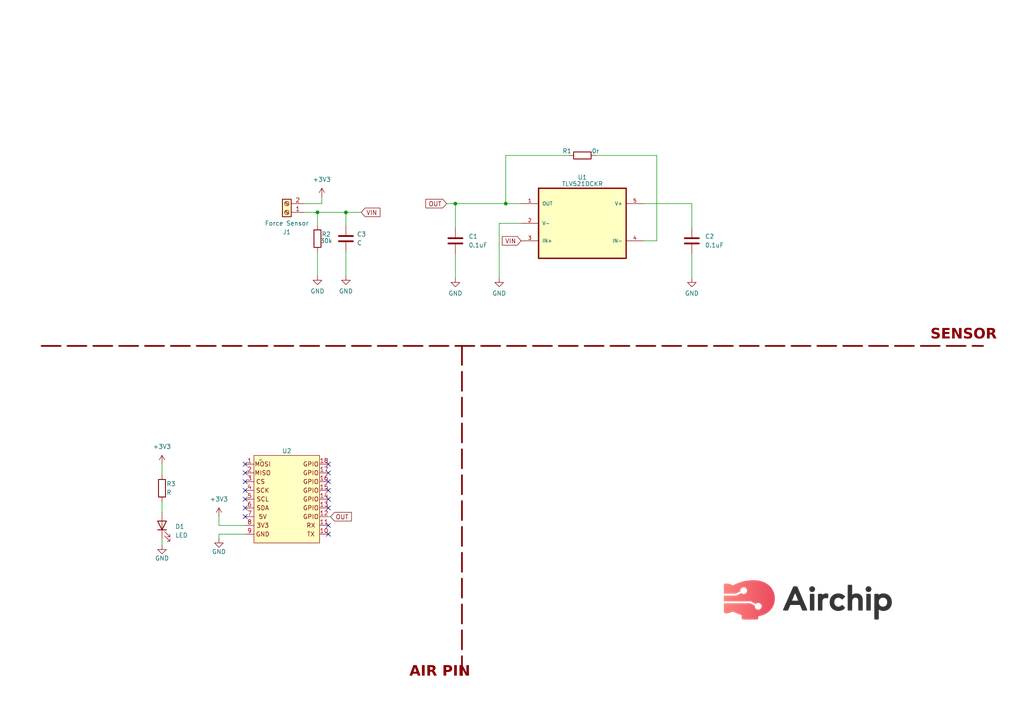
<source format=kicad_sch>
(kicad_sch (version 20230121) (generator eeschema)

  (uuid 40eb0064-e817-487a-87e5-7f2eb5cbb1a8)

  (paper "A4")

  (lib_symbols
    (symbol "Connector:Screw_Terminal_01x02" (pin_names (offset 1.016) hide) (in_bom yes) (on_board yes)
      (property "Reference" "J" (at 0 2.54 0)
        (effects (font (size 1.27 1.27)))
      )
      (property "Value" "Screw_Terminal_01x02" (at 0 -5.08 0)
        (effects (font (size 1.27 1.27)))
      )
      (property "Footprint" "" (at 0 0 0)
        (effects (font (size 1.27 1.27)) hide)
      )
      (property "Datasheet" "~" (at 0 0 0)
        (effects (font (size 1.27 1.27)) hide)
      )
      (property "ki_keywords" "screw terminal" (at 0 0 0)
        (effects (font (size 1.27 1.27)) hide)
      )
      (property "ki_description" "Generic screw terminal, single row, 01x02, script generated (kicad-library-utils/schlib/autogen/connector/)" (at 0 0 0)
        (effects (font (size 1.27 1.27)) hide)
      )
      (property "ki_fp_filters" "TerminalBlock*:*" (at 0 0 0)
        (effects (font (size 1.27 1.27)) hide)
      )
      (symbol "Screw_Terminal_01x02_1_1"
        (rectangle (start -1.27 1.27) (end 1.27 -3.81)
          (stroke (width 0.254) (type default))
          (fill (type background))
        )
        (circle (center 0 -2.54) (radius 0.635)
          (stroke (width 0.1524) (type default))
          (fill (type none))
        )
        (polyline
          (pts
            (xy -0.5334 -2.2098)
            (xy 0.3302 -3.048)
          )
          (stroke (width 0.1524) (type default))
          (fill (type none))
        )
        (polyline
          (pts
            (xy -0.5334 0.3302)
            (xy 0.3302 -0.508)
          )
          (stroke (width 0.1524) (type default))
          (fill (type none))
        )
        (polyline
          (pts
            (xy -0.3556 -2.032)
            (xy 0.508 -2.8702)
          )
          (stroke (width 0.1524) (type default))
          (fill (type none))
        )
        (polyline
          (pts
            (xy -0.3556 0.508)
            (xy 0.508 -0.3302)
          )
          (stroke (width 0.1524) (type default))
          (fill (type none))
        )
        (circle (center 0 0) (radius 0.635)
          (stroke (width 0.1524) (type default))
          (fill (type none))
        )
        (pin passive line (at -5.08 0 0) (length 3.81)
          (name "Pin_1" (effects (font (size 1.27 1.27))))
          (number "1" (effects (font (size 1.27 1.27))))
        )
        (pin passive line (at -5.08 -2.54 0) (length 3.81)
          (name "Pin_2" (effects (font (size 1.27 1.27))))
          (number "2" (effects (font (size 1.27 1.27))))
        )
      )
    )
    (symbol "Device:C" (pin_numbers hide) (pin_names (offset 0.254)) (in_bom yes) (on_board yes)
      (property "Reference" "C" (at 0.635 2.54 0)
        (effects (font (size 1.27 1.27)) (justify left))
      )
      (property "Value" "C" (at 0.635 -2.54 0)
        (effects (font (size 1.27 1.27)) (justify left))
      )
      (property "Footprint" "" (at 0.9652 -3.81 0)
        (effects (font (size 1.27 1.27)) hide)
      )
      (property "Datasheet" "~" (at 0 0 0)
        (effects (font (size 1.27 1.27)) hide)
      )
      (property "ki_keywords" "cap capacitor" (at 0 0 0)
        (effects (font (size 1.27 1.27)) hide)
      )
      (property "ki_description" "Unpolarized capacitor" (at 0 0 0)
        (effects (font (size 1.27 1.27)) hide)
      )
      (property "ki_fp_filters" "C_*" (at 0 0 0)
        (effects (font (size 1.27 1.27)) hide)
      )
      (symbol "C_0_1"
        (polyline
          (pts
            (xy -2.032 -0.762)
            (xy 2.032 -0.762)
          )
          (stroke (width 0.508) (type default))
          (fill (type none))
        )
        (polyline
          (pts
            (xy -2.032 0.762)
            (xy 2.032 0.762)
          )
          (stroke (width 0.508) (type default))
          (fill (type none))
        )
      )
      (symbol "C_1_1"
        (pin passive line (at 0 3.81 270) (length 2.794)
          (name "~" (effects (font (size 1.27 1.27))))
          (number "1" (effects (font (size 1.27 1.27))))
        )
        (pin passive line (at 0 -3.81 90) (length 2.794)
          (name "~" (effects (font (size 1.27 1.27))))
          (number "2" (effects (font (size 1.27 1.27))))
        )
      )
    )
    (symbol "Device:LED" (pin_numbers hide) (pin_names (offset 1.016) hide) (in_bom yes) (on_board yes)
      (property "Reference" "D" (at 0 2.54 0)
        (effects (font (size 1.27 1.27)))
      )
      (property "Value" "LED" (at 0 -2.54 0)
        (effects (font (size 1.27 1.27)))
      )
      (property "Footprint" "" (at 0 0 0)
        (effects (font (size 1.27 1.27)) hide)
      )
      (property "Datasheet" "~" (at 0 0 0)
        (effects (font (size 1.27 1.27)) hide)
      )
      (property "ki_keywords" "LED diode" (at 0 0 0)
        (effects (font (size 1.27 1.27)) hide)
      )
      (property "ki_description" "Light emitting diode" (at 0 0 0)
        (effects (font (size 1.27 1.27)) hide)
      )
      (property "ki_fp_filters" "LED* LED_SMD:* LED_THT:*" (at 0 0 0)
        (effects (font (size 1.27 1.27)) hide)
      )
      (symbol "LED_0_1"
        (polyline
          (pts
            (xy -1.27 -1.27)
            (xy -1.27 1.27)
          )
          (stroke (width 0.254) (type default))
          (fill (type none))
        )
        (polyline
          (pts
            (xy -1.27 0)
            (xy 1.27 0)
          )
          (stroke (width 0) (type default))
          (fill (type none))
        )
        (polyline
          (pts
            (xy 1.27 -1.27)
            (xy 1.27 1.27)
            (xy -1.27 0)
            (xy 1.27 -1.27)
          )
          (stroke (width 0.254) (type default))
          (fill (type none))
        )
        (polyline
          (pts
            (xy -3.048 -0.762)
            (xy -4.572 -2.286)
            (xy -3.81 -2.286)
            (xy -4.572 -2.286)
            (xy -4.572 -1.524)
          )
          (stroke (width 0) (type default))
          (fill (type none))
        )
        (polyline
          (pts
            (xy -1.778 -0.762)
            (xy -3.302 -2.286)
            (xy -2.54 -2.286)
            (xy -3.302 -2.286)
            (xy -3.302 -1.524)
          )
          (stroke (width 0) (type default))
          (fill (type none))
        )
      )
      (symbol "LED_1_1"
        (pin passive line (at -3.81 0 0) (length 2.54)
          (name "K" (effects (font (size 1.27 1.27))))
          (number "1" (effects (font (size 1.27 1.27))))
        )
        (pin passive line (at 3.81 0 180) (length 2.54)
          (name "A" (effects (font (size 1.27 1.27))))
          (number "2" (effects (font (size 1.27 1.27))))
        )
      )
    )
    (symbol "Device:R" (pin_numbers hide) (pin_names (offset 0)) (in_bom yes) (on_board yes)
      (property "Reference" "R" (at 2.032 0 90)
        (effects (font (size 1.27 1.27)))
      )
      (property "Value" "R" (at 0 0 90)
        (effects (font (size 1.27 1.27)))
      )
      (property "Footprint" "" (at -1.778 0 90)
        (effects (font (size 1.27 1.27)) hide)
      )
      (property "Datasheet" "~" (at 0 0 0)
        (effects (font (size 1.27 1.27)) hide)
      )
      (property "ki_keywords" "R res resistor" (at 0 0 0)
        (effects (font (size 1.27 1.27)) hide)
      )
      (property "ki_description" "Resistor" (at 0 0 0)
        (effects (font (size 1.27 1.27)) hide)
      )
      (property "ki_fp_filters" "R_*" (at 0 0 0)
        (effects (font (size 1.27 1.27)) hide)
      )
      (symbol "R_0_1"
        (rectangle (start -1.016 -2.54) (end 1.016 2.54)
          (stroke (width 0.254) (type default))
          (fill (type none))
        )
      )
      (symbol "R_1_1"
        (pin passive line (at 0 3.81 270) (length 1.27)
          (name "~" (effects (font (size 1.27 1.27))))
          (number "1" (effects (font (size 1.27 1.27))))
        )
        (pin passive line (at 0 -3.81 90) (length 1.27)
          (name "~" (effects (font (size 1.27 1.27))))
          (number "2" (effects (font (size 1.27 1.27))))
        )
      )
    )
    (symbol "TLV521DCKR:TLV521DCKR" (pin_names (offset 1.016)) (in_bom yes) (on_board yes)
      (property "Reference" "U1" (at 0 15.24 0)
        (effects (font (size 1.27 1.27)))
      )
      (property "Value" "TLV521DCKR" (at 0 12.7 0)
        (effects (font (size 1.27 1.27)))
      )
      (property "Footprint" "SOT65P210X110-5N" (at 0 0 0)
        (effects (font (size 1.27 1.27)) (justify bottom) hide)
      )
      (property "Datasheet" "" (at 0 0 0)
        (effects (font (size 1.27 1.27)) hide)
      )
      (symbol "TLV521DCKR_0_0"
        (rectangle (start -12.7 -10.16) (end 12.7 10.16)
          (stroke (width 0.41) (type default))
          (fill (type background))
        )
        (pin output line (at -17.78 5.715 0) (length 5.08)
          (name "OUT" (effects (font (size 1.016 1.016))))
          (number "1" (effects (font (size 1.016 1.016))))
        )
        (pin power_in line (at -17.78 0 0) (length 5.08)
          (name "V-" (effects (font (size 1.016 1.016))))
          (number "2" (effects (font (size 1.016 1.016))))
        )
        (pin input line (at -17.78 -5.08 0) (length 5.08)
          (name "IN+" (effects (font (size 1.016 1.016))))
          (number "3" (effects (font (size 1.016 1.016))))
        )
        (pin input line (at 17.78 -5.08 180) (length 5.08)
          (name "IN-" (effects (font (size 1.016 1.016))))
          (number "4" (effects (font (size 1.016 1.016))))
        )
        (pin power_in line (at 17.78 5.715 180) (length 5.08)
          (name "V+" (effects (font (size 1.016 1.016))))
          (number "5" (effects (font (size 1.016 1.016))))
        )
      )
    )
    (symbol "moduler_pin:air" (in_bom yes) (on_board yes)
      (property "Reference" "U" (at 7.62 2.54 0)
        (effects (font (size 1.27 1.27)))
      )
      (property "Value" "" (at 0 0 0)
        (effects (font (size 1.27 1.27)))
      )
      (property "Footprint" "" (at 0 0 0)
        (effects (font (size 1.27 1.27)) hide)
      )
      (property "Datasheet" "" (at 0 0 0)
        (effects (font (size 1.27 1.27)) hide)
      )
      (symbol "air_1_1"
        (rectangle (start -1.905 1.27) (end 17.145 -24.13)
          (stroke (width 0) (type default))
          (fill (type background))
        )
        (text "3V3" (at 0.635 -19.05 0)
          (effects (font (size 1.27 1.27)))
        )
        (text "5V" (at 0.635 -16.51 0)
          (effects (font (size 1.27 1.27)))
        )
        (text "CS" (at 0 -6.35 0)
          (effects (font (size 1.27 1.27)))
        )
        (text "GND" (at 0.635 -21.59 0)
          (effects (font (size 1.27 1.27)))
        )
        (text "GPIO" (at 14.605 -16.51 0)
          (effects (font (size 1.27 1.27)))
        )
        (text "GPIO" (at 14.605 -13.97 0)
          (effects (font (size 1.27 1.27)))
        )
        (text "GPIO" (at 14.605 -11.43 0)
          (effects (font (size 1.27 1.27)))
        )
        (text "GPIO" (at 14.605 -8.89 0)
          (effects (font (size 1.27 1.27)))
        )
        (text "GPIO" (at 14.605 -6.35 0)
          (effects (font (size 1.27 1.27)))
        )
        (text "GPIO" (at 14.605 -3.81 0)
          (effects (font (size 1.27 1.27)))
        )
        (text "GPIO" (at 14.605 -1.27 0)
          (effects (font (size 1.27 1.27)))
        )
        (text "MISO" (at 0.635 -3.81 0)
          (effects (font (size 1.27 1.27)))
        )
        (text "MOSI" (at 0.635 -1.27 0)
          (effects (font (size 1.27 1.27)))
        )
        (text "RX" (at 14.605 -19.05 0)
          (effects (font (size 1.27 1.27)))
        )
        (text "SCK" (at 0.635 -8.89 0)
          (effects (font (size 1.27 1.27)))
        )
        (text "SCL" (at 0.635 -11.43 0)
          (effects (font (size 1.27 1.27)))
        )
        (text "SDA" (at 0.635 -13.97 0)
          (effects (font (size 1.27 1.27)))
        )
        (text "TX" (at 14.605 -21.59 0)
          (effects (font (size 1.27 1.27)))
        )
        (pin input line (at -4.445 -1.27 0) (length 2.54)
          (name "" (effects (font (size 1.27 1.27))))
          (number "1" (effects (font (size 1.27 1.27))))
        )
        (pin input line (at 19.685 -21.59 180) (length 2.54)
          (name "" (effects (font (size 1.27 1.27))))
          (number "10" (effects (font (size 1.27 1.27))))
        )
        (pin input line (at 19.685 -19.05 180) (length 2.54)
          (name "" (effects (font (size 1.27 1.27))))
          (number "11" (effects (font (size 1.27 1.27))))
        )
        (pin input line (at 19.685 -16.51 180) (length 2.54)
          (name "" (effects (font (size 1.27 1.27))))
          (number "12" (effects (font (size 1.27 1.27))))
        )
        (pin input line (at 19.685 -13.97 180) (length 2.54)
          (name "" (effects (font (size 1.27 1.27))))
          (number "13" (effects (font (size 1.27 1.27))))
        )
        (pin input line (at 19.685 -11.43 180) (length 2.54)
          (name "" (effects (font (size 1.27 1.27))))
          (number "14" (effects (font (size 1.27 1.27))))
        )
        (pin input line (at 19.685 -8.89 180) (length 2.54)
          (name "" (effects (font (size 1.27 1.27))))
          (number "15" (effects (font (size 1.27 1.27))))
        )
        (pin input line (at 19.685 -6.35 180) (length 2.54)
          (name "" (effects (font (size 1.27 1.27))))
          (number "16" (effects (font (size 1.27 1.27))))
        )
        (pin input line (at 19.685 -3.81 180) (length 2.54)
          (name "" (effects (font (size 1.27 1.27))))
          (number "17" (effects (font (size 1.27 1.27))))
        )
        (pin input line (at 19.685 -1.27 180) (length 2.54)
          (name "" (effects (font (size 1.27 1.27))))
          (number "18" (effects (font (size 1.27 1.27))))
        )
        (pin input line (at -4.445 -3.81 0) (length 2.54)
          (name "" (effects (font (size 1.27 1.27))))
          (number "2" (effects (font (size 1.27 1.27))))
        )
        (pin input line (at -4.445 -6.35 0) (length 2.54)
          (name "" (effects (font (size 1.27 1.27))))
          (number "3" (effects (font (size 1.27 1.27))))
        )
        (pin input line (at -4.445 -8.89 0) (length 2.54)
          (name "" (effects (font (size 1.27 1.27))))
          (number "4" (effects (font (size 1.27 1.27))))
        )
        (pin input line (at -4.445 -11.43 0) (length 2.54)
          (name "" (effects (font (size 1.27 1.27))))
          (number "5" (effects (font (size 1.27 1.27))))
        )
        (pin input line (at -4.445 -13.97 0) (length 2.54)
          (name "" (effects (font (size 1.27 1.27))))
          (number "6" (effects (font (size 1.27 1.27))))
        )
        (pin input line (at -4.445 -16.51 0) (length 2.54)
          (name "" (effects (font (size 1.27 1.27))))
          (number "7" (effects (font (size 1.27 1.27))))
        )
        (pin input line (at -4.445 -19.05 0) (length 2.54)
          (name "" (effects (font (size 1.27 1.27))))
          (number "8" (effects (font (size 1.27 1.27))))
        )
        (pin input line (at -4.445 -21.59 0) (length 2.54)
          (name "" (effects (font (size 1.27 1.27))))
          (number "9" (effects (font (size 1.27 1.27))))
        )
      )
    )
    (symbol "power:+3V3" (power) (pin_names (offset 0)) (in_bom yes) (on_board yes)
      (property "Reference" "#PWR" (at 0 -3.81 0)
        (effects (font (size 1.27 1.27)) hide)
      )
      (property "Value" "+3V3" (at 0 3.556 0)
        (effects (font (size 1.27 1.27)))
      )
      (property "Footprint" "" (at 0 0 0)
        (effects (font (size 1.27 1.27)) hide)
      )
      (property "Datasheet" "" (at 0 0 0)
        (effects (font (size 1.27 1.27)) hide)
      )
      (property "ki_keywords" "global power" (at 0 0 0)
        (effects (font (size 1.27 1.27)) hide)
      )
      (property "ki_description" "Power symbol creates a global label with name \"+3V3\"" (at 0 0 0)
        (effects (font (size 1.27 1.27)) hide)
      )
      (symbol "+3V3_0_1"
        (polyline
          (pts
            (xy -0.762 1.27)
            (xy 0 2.54)
          )
          (stroke (width 0) (type default))
          (fill (type none))
        )
        (polyline
          (pts
            (xy 0 0)
            (xy 0 2.54)
          )
          (stroke (width 0) (type default))
          (fill (type none))
        )
        (polyline
          (pts
            (xy 0 2.54)
            (xy 0.762 1.27)
          )
          (stroke (width 0) (type default))
          (fill (type none))
        )
      )
      (symbol "+3V3_1_1"
        (pin power_in line (at 0 0 90) (length 0) hide
          (name "+3V3" (effects (font (size 1.27 1.27))))
          (number "1" (effects (font (size 1.27 1.27))))
        )
      )
    )
    (symbol "power:GND" (power) (pin_names (offset 0)) (in_bom yes) (on_board yes)
      (property "Reference" "#PWR" (at 0 -6.35 0)
        (effects (font (size 1.27 1.27)) hide)
      )
      (property "Value" "GND" (at 0 -3.81 0)
        (effects (font (size 1.27 1.27)))
      )
      (property "Footprint" "" (at 0 0 0)
        (effects (font (size 1.27 1.27)) hide)
      )
      (property "Datasheet" "" (at 0 0 0)
        (effects (font (size 1.27 1.27)) hide)
      )
      (property "ki_keywords" "global power" (at 0 0 0)
        (effects (font (size 1.27 1.27)) hide)
      )
      (property "ki_description" "Power symbol creates a global label with name \"GND\" , ground" (at 0 0 0)
        (effects (font (size 1.27 1.27)) hide)
      )
      (symbol "GND_0_1"
        (polyline
          (pts
            (xy 0 0)
            (xy 0 -1.27)
            (xy 1.27 -1.27)
            (xy 0 -2.54)
            (xy -1.27 -1.27)
            (xy 0 -1.27)
          )
          (stroke (width 0) (type default))
          (fill (type none))
        )
      )
      (symbol "GND_1_1"
        (pin power_in line (at 0 0 270) (length 0) hide
          (name "GND" (effects (font (size 1.27 1.27))))
          (number "1" (effects (font (size 1.27 1.27))))
        )
      )
    )
  )

  (junction (at 100.33 61.595) (diameter 0) (color 0 0 0 0)
    (uuid 5db92fb7-5da3-4a06-9d01-714f828f55b2)
  )
  (junction (at 146.685 59.055) (diameter 0) (color 0 0 0 0)
    (uuid 67ff80c6-8065-4463-8ef5-18e32b969244)
  )
  (junction (at 92.075 61.595) (diameter 0) (color 0 0 0 0)
    (uuid 70e2e40b-ef55-46d2-96a0-908c387238d3)
  )
  (junction (at 132.08 59.055) (diameter 0) (color 0 0 0 0)
    (uuid f9bbdaf3-64b7-4332-906b-af00d4a1b999)
  )

  (no_connect (at 71.12 144.78) (uuid 1844e7e3-69a9-467c-9712-86d08d46d0a4))
  (no_connect (at 71.12 142.24) (uuid 1a95bf66-2d55-4845-8dcd-59954c2c058c))
  (no_connect (at 95.25 147.32) (uuid 1f0c22a4-8d21-45cc-9afa-c7c09698d23d))
  (no_connect (at 71.12 147.32) (uuid 2b8e0734-f9b7-4a13-ade1-1099af1bd63b))
  (no_connect (at 95.25 144.78) (uuid 4868c246-1c28-4cef-87f9-5d59a54410b4))
  (no_connect (at 95.25 137.16) (uuid 49b4dd86-feb3-42f6-8b45-9551a3508e5d))
  (no_connect (at 71.12 134.62) (uuid 5ff38405-e6c5-4c26-8b5a-4127b48a2792))
  (no_connect (at 71.12 149.86) (uuid a0fcf428-b2b1-44d0-8276-c1c7ca84dd52))
  (no_connect (at 95.25 134.62) (uuid a903e5fe-a3f1-42eb-b01d-f68494307b37))
  (no_connect (at 71.12 137.16) (uuid aec8f877-985d-406c-8616-383178ebbd25))
  (no_connect (at 71.12 139.7) (uuid b0e04523-c42b-4741-bda3-a8c42c370cb8))
  (no_connect (at 95.25 139.7) (uuid b8be7bc5-4169-4598-8d0e-05fda1665025))
  (no_connect (at 95.25 154.94) (uuid c70e09ae-a1d3-4713-8ff1-bd9127e8f5d6))
  (no_connect (at 95.25 142.24) (uuid ef0ed623-6a59-436e-bdd4-09874e0b67e8))
  (no_connect (at 95.25 152.4) (uuid f18527fb-de87-4794-8014-4aa88ad32be4))

  (wire (pts (xy 165.1 45.085) (xy 146.685 45.085))
    (stroke (width 0) (type default))
    (uuid 02565b3d-bcdb-4230-857d-8adbbfdecca8)
  )
  (wire (pts (xy 200.66 66.04) (xy 200.66 59.055))
    (stroke (width 0) (type default))
    (uuid 02d12ce6-c0cb-4571-ada4-c79e377b51a3)
  )
  (wire (pts (xy 46.99 158.115) (xy 46.99 156.21))
    (stroke (width 0) (type default))
    (uuid 12e9d012-5bb4-4b81-a643-211dea4e118b)
  )
  (wire (pts (xy 93.345 57.15) (xy 93.345 59.055))
    (stroke (width 0) (type default))
    (uuid 1da888c0-8629-44c3-92f5-f4a6d6f83108)
  )
  (wire (pts (xy 63.5 152.4) (xy 71.12 152.4))
    (stroke (width 0) (type default))
    (uuid 21d24f5e-0a4d-4a79-82e2-96de1d43e15e)
  )
  (wire (pts (xy 190.5 45.085) (xy 190.5 69.85))
    (stroke (width 0) (type default))
    (uuid 2521ea6a-1636-43bf-96a0-807f966539ec)
  )
  (wire (pts (xy 93.345 59.055) (xy 88.265 59.055))
    (stroke (width 0) (type default))
    (uuid 271f6321-67ea-407b-a800-748a489f26fa)
  )
  (wire (pts (xy 92.075 61.595) (xy 100.33 61.595))
    (stroke (width 0) (type default))
    (uuid 413370a5-c1e3-4dd1-abbe-a2d7496b121e)
  )
  (wire (pts (xy 146.685 59.055) (xy 132.08 59.055))
    (stroke (width 0) (type default))
    (uuid 45563ed9-64c8-4294-b6b5-9842f3403af9)
  )
  (polyline (pts (xy 133.985 100.33) (xy 133.985 197.485))
    (stroke (width 0.5) (type dash) (color 132 0 0 1))
    (uuid 545ec5ac-2014-4056-ae83-cc3b221ff21d)
  )

  (wire (pts (xy 132.08 73.66) (xy 132.08 80.645))
    (stroke (width 0) (type default))
    (uuid 5efe4cf2-80b9-4f9f-9430-a88a3f975b40)
  )
  (wire (pts (xy 144.78 80.645) (xy 144.78 64.77))
    (stroke (width 0) (type default))
    (uuid 6ea73d71-7e04-4563-8ae3-fbfc3f0dc9d7)
  )
  (wire (pts (xy 146.685 45.085) (xy 146.685 59.055))
    (stroke (width 0) (type default))
    (uuid 744b22fd-f087-43e7-91fc-ed1678bc10b5)
  )
  (wire (pts (xy 151.13 59.055) (xy 146.685 59.055))
    (stroke (width 0) (type default))
    (uuid 74de9627-1862-4dac-b4cd-5eff75ef1f3e)
  )
  (wire (pts (xy 100.33 61.595) (xy 104.775 61.595))
    (stroke (width 0) (type default))
    (uuid 7952cd4c-bde5-41c1-89a5-3697c6bce80c)
  )
  (wire (pts (xy 129.54 59.055) (xy 132.08 59.055))
    (stroke (width 0) (type default))
    (uuid 7f196a48-983d-42d6-ad61-74aa64f5f648)
  )
  (wire (pts (xy 172.72 45.085) (xy 190.5 45.085))
    (stroke (width 0) (type default))
    (uuid 8df301bc-a519-48a4-9f8b-d9df94a1d0cc)
  )
  (wire (pts (xy 190.5 69.85) (xy 186.69 69.85))
    (stroke (width 0) (type default))
    (uuid 9951ae8e-5ebb-488d-a416-df2452b8dfcd)
  )
  (wire (pts (xy 144.78 64.77) (xy 151.13 64.77))
    (stroke (width 0) (type default))
    (uuid 9a7f995b-190e-4400-a8a4-8ef7b0c5c2b4)
  )
  (wire (pts (xy 200.66 59.055) (xy 186.69 59.055))
    (stroke (width 0) (type default))
    (uuid 9ca3cf04-e64e-4675-b9f6-898396f2ec2b)
  )
  (wire (pts (xy 95.885 149.86) (xy 95.25 149.86))
    (stroke (width 0) (type default))
    (uuid a5668b10-3e95-4c95-ad4b-c1d661aa9265)
  )
  (wire (pts (xy 88.265 61.595) (xy 92.075 61.595))
    (stroke (width 0) (type default))
    (uuid a73be8ec-91b9-4f5a-a3f8-565a51ca74db)
  )
  (wire (pts (xy 63.5 154.94) (xy 71.12 154.94))
    (stroke (width 0) (type default))
    (uuid ad39bf41-47d5-4706-9704-bf843cee8576)
  )
  (wire (pts (xy 100.33 73.025) (xy 100.33 80.01))
    (stroke (width 0) (type default))
    (uuid b13a2074-abd1-40e5-b232-8a2cf17de1d2)
  )
  (wire (pts (xy 92.075 73.025) (xy 92.075 80.01))
    (stroke (width 0) (type default))
    (uuid b2b57970-1e0b-47b6-bd9a-bd9651a9b126)
  )
  (wire (pts (xy 200.66 73.66) (xy 200.66 80.645))
    (stroke (width 0) (type default))
    (uuid b8db5089-25e7-46c4-b9d1-93cf39a104c3)
  )
  (wire (pts (xy 46.99 134.62) (xy 46.99 137.795))
    (stroke (width 0) (type default))
    (uuid bae6ed33-274c-4087-b085-97909a4501c6)
  )
  (wire (pts (xy 132.08 59.055) (xy 132.08 66.04))
    (stroke (width 0) (type default))
    (uuid c9af68ae-8ac4-42c2-8f7a-0da0f659d729)
  )
  (wire (pts (xy 46.99 148.59) (xy 46.99 145.415))
    (stroke (width 0) (type default))
    (uuid ce279fc1-16a9-4daf-9dc9-c73d7761e3c0)
  )
  (wire (pts (xy 63.5 149.86) (xy 63.5 152.4))
    (stroke (width 0) (type default))
    (uuid d5c1810a-cdee-46e0-a5b0-47515d8b5a6c)
  )
  (wire (pts (xy 63.5 156.21) (xy 63.5 154.94))
    (stroke (width 0) (type default))
    (uuid df4967c0-b943-4ec6-93f8-c4c0dd477ac6)
  )
  (polyline (pts (xy 12.065 100.33) (xy 285.115 100.33))
    (stroke (width 0.5) (type dash) (color 132 0 0 1))
    (uuid edbc6e2a-bd3c-4a0b-96c7-3156b396dde9)
  )

  (wire (pts (xy 100.33 61.595) (xy 100.33 65.405))
    (stroke (width 0) (type default))
    (uuid f2e57872-d6a7-48ae-a24a-a3c75759b35c)
  )
  (wire (pts (xy 92.075 65.405) (xy 92.075 61.595))
    (stroke (width 0) (type default))
    (uuid fb4bbd80-4857-46dc-8609-d69b9bacf56b)
  )

  (image (at 234.315 173.99) (scale 0.287713)
    (uuid 7687f5b5-aba9-4db4-8a5e-2532a38b5a65)
    (data
      iVBORw0KGgoAAAANSUhEUgAAB9AAAAHVCAYAAACpJWDwAAAABHNCSVQICAgIfAhkiAAAIABJREFU
      eJzs3XeYnGW9//F3SEKyCS0hARUVBCSKYvuiqKiAokRasKAeRUn4WSghFUTNsYAiICGNA6gQEBso
      TfEg6hFE8KjouRFsIAgiiEJCEwhJKJnfH88sKdtmdmfmnvJ+XddcuzzPPfd8dpjMzj6fpwxDkjrQ
      ox+ZPhzYnBKbA5sDW5S/dt82BbqATSkxFugqwSbl5SOBzYqZSpsAI4CNgTHFIjYFNuo3QKnXpSuB
      J8oDHgWeLsHjwBOUeILi+5XACuAx4N/l77tvD5eXPUiJh4AHgYc2P//MFZU+L5IkSZIkSZIkSZ1s
      WO4AklQLj3706E2BZ1NiIvAcYCKw5Tpft4TS+PL3W1GU4X0V2esrrfel95UDLKp+TGn9YZXM2ff8
      TwIPQel+4F5gObAMuJcS3cvuA+4G7tv862c9XeWjSZIkSZIkSZIktQULdElN7bGPHb0J8FxKbAPP
      3J4LbFOCZwFbU3wdDQxQNA+t7G7hAr3vhT0XPV0qCvV/lG/3UBTrdwJ3UOLOLb5x1oNVppEkSZIk
      SZIkSWoJFuiSsnnsYzOGUZTf2wLbQWnb8vfdt+fRfar0SntqC/R+xleWtYKn8BHgb8CdULoduLV8
      u22Lb3z5H1XllCRJkiRJkiRJaiIW6JLq6rHDZ4wCdijftn/m+xI7AC+guHZ4WT/VrQV6depboPe3
      YAUlbgP+AtwC/An4I3DbFt/88lP9TS1JkiRJkiRJkpSbBbqkIVtxxIzhJXg+8CJgJ0pMAiYBO1Gc
      br2nattvC/Tq5CvQ+5rgSYpC/Q/An4GbgN9t8c0v39Pfw0mSJEmSJEmSJDWSBbqkiq04YubGFCX5
      zlDaGXgp8EJgp9K6R5IPukC2QN9wQBsV6H1ZTokbgN+VKL4Ct4/71per/YklSZIkSZIkSZKGzAJd
      Ug8rjpw5HNgReDnwUkq8FNi5vGx4MWr9frPU53/0wQK9ogEdUKD39vw+BKXfAL8Grgd+M+5bX3mg
      ylklSZIkSZIkSZKqZoEudbgVR84cR1GUvxx4WfnrzkDXM4MqKGMt0Ac350ADOrRA722S2yhxPfAL
      4FrglnHf/opHqUuSJEmSJEmSpJqyQJc6yIqjZj4LCOAVQFBiV+B5A97RAr2foRbo1U3Q95wDFOgb
      Lrof+F/gOopC/Xfjvv2Vp6p8ZEmSJEmSJEmSpPVYoEttasVRs7YCXg2l3Vhbmj9nvUGVFp0W6P0M
      tUCvboK+56yyQN/QI8DPgauAqyjxp3EXeIS6JEmSJEmSJEmqjgW61AYenz5rLMUR5bsBrwZeU4Jt
      i7XVldKVj7NAr8WcAw2wQB/kvCXuo7tMhx+Nu+Ar/6wylSRJkiRJkiRJ6kAW6FILenz6rB2B1wOv
      A3YHXgJstG7BWOrlux4s0C3Q27dA39BNULoCuBL41bgLvvp0FbNJkiRJkiRJkqQOYYEuNbnHp88a
      TXFUeXdh/npgYq+DLdAt0Psd39EF+roLHwZ+AlxeKnHF+Au/+nAVM0uSJEmSJEmSpDZmgS41mceP
      nrUZRUn+Jkq8CdgVGFXRnS3QLdD7HW+B3mNJiacorp3+PeD74y/86t1VPIokSZIkSZIkSWozFuhS
      Zo8fPXs88CZgTyi9AXglsBEwpNLUAn0ok/Q+xgK9t5UtX6BvKAEXAxeNv/Crt1fxiJIkSZIkSZIk
      qQ1YoEsN9viM2ZsDb6TEXsBbgJfxzL/FDdo8C/R+V1mgVzu/BXqPJf3PeQNwEXDB+Au/+vcqHl2S
      JEmSJEmSJLUoC3SpzlbOmD26BG+kKMv3ojgl+0YVFXwW6P2uskCvdn4L9B5LKp/zeuACSlww/jtf
      XVZFEkmSJEmSJEmS1EIs0KUaWzlj9jCKo8rfVr69oQSjewy0QK8ukAV6dSzQK1pYRYHePcVTwP8A
      3wC+N/47X11Z5QySJEmSJEmSJKmJWaBLNbBy5uxnUWIfisL8rcDEdddXXvRaoFcz3gK92vkt0Hss
      Gdrz+ihwMZTOG/+ds6+rciZJkiRJkiRJktSELNClQVg5c/Zw4HXAZGBf4JVV99QW6NUFskCvjgV6
      RQuHWKCvu/BW4Bzg/PHfOdtTvEuSJEmSJEmS1KIs0KUKrZw5ZyLw9uJWmgxssd4AC/Tq5rVAr2iA
      Bfog5218gd7tKeByYCnwo/HfOXtNlY8gSZIkSZIkSZIyskCX+rFy1pyXAAdS4gDgtTzzb6a6cs8C
      fXBzDrTKAr3a+S3Qeyyp1/NauIMSZwHnjv/u2Q9W+UiSJEmSJEmSJCkDC3RpHStnzRkJvAk4AJgC
      bAcMuTS0QB/cnAOtskCvdn4L9B5L6lugd69aBVwInDH+u2f/X5WPKEmSJEmSJEmSGsgCXR1v5aw5
      YyhOzX4QRXG+eY9BFugDLrRAH9ycAw2wQB/kvM1VoK/r1yVYAFy25XfPfqrKR5ckSZIkSZIkSXVm
      ga6OtHLWnPHAfsA7gcnA6H7vYIE+4EIL9MHNOdAAC/RBztu8BXr3or8Di4ClW3737EerTCFJkiRJ
      kiRJkurEAl0dY+XsOVtRFObvosSewIiK72yBPuBCC/TBzTnQAAv0Qc7b/AV6t0cocTawaMuLzv5H
      lWkkSZIkSZIkSVKNWaCrra2aPXc8lN4BHFyCvYHhQA3KSAt0C/TazDnQAAv0Qc7bOgV694IngfOB
      U7a86Oy/VplKkiRJkiRJkiTViAW62k5RmvMO4GDgLVAaAYMoePsdb4FugV6bOQcaYIE+yHlbr0Dv
      tga4CEonbXnROTdVF06SJEmSJEmSJA2VBbrawqo5c7uAAynxfoprmm+8du0GRWSP/6iABfqACy3Q
      BzfnQAMs0Ac5b+sW6Osu/D5w/JYXnfO7irJJkiRJkiRJkqQhs0BXy1o1Z+4IitOyf4DiiPOx/ZVb
      FuiVZqh0nAV6LeYcaIAF+iDnbY8CvZtFuiRJkiRJkiRJDWKBrpazas7cXYEPAe8DJq630gK9l28t
      0KufpPcxFui9rbRAb0CB3u0y4D+3vOicP/f9gJIkSZIkSZIkaSgs0NUSVs2Zuw3FkeaHAjv3OdAC
      vZdvLdCrn6T3MRbova20QG9ggV6sKPFN4DNbXnzOnX0/sCRJkiRJkiRJGgwLdDWtVXPnjqHEQRSl
      +d7ARgPeyQK9l28t0KufpPcxFui9rbRAb3CB3r3qSeAM4MQtLz7n/r4HS5IkSZIkSZKkaligq+ms
      mjs3gP8HvJ8Sm1d1Zwv0Xr61QK9+kt7HWKD3ttICPVOB3u0R4FRgwZYXn/N433eSJEmSJEmSJEmV
      sEBXU1g195hxUDqEojh/+TMralhuWaBXmqHScRbotZhzoAEW6IOct3MK9G73AMcB397y4nOq/akk
      SZIkSZIkSVKZBbqyWTX3mGHAHsBHgXdCaVSPQRbo1bFAt0Dvd7wFeo8l7VOgd7semLXlxef8ut9R
      kiRJkiRJkiSpVxboarjVxxwzHvhQqcTHgBetXVO7Iq63hRbolWaodJwFei3mHGiABfog5+3cAr3b
      tynx8S0vOeeeikZLkiRJkiRJkiTAAl0NtPqYY14LHA68B+jqWVxZoFugW6BvOMACfZDzWqBDiceA
      40uwaMIl5zxV4b0kSZIkSZIkSepoQyrQ1xz/qS1KJV4KTAK2ADZdZ/VqYOUG3z9MiVXl7x8CHgAe
      HH78F1eitrT6mGO6gPcDR7Putc3prbiyQLdAt0DfcIAF+iDntUBf93n9E3DUhEvO+XmF95QkSZIk
      SZIkqWNVXaCvOf5TOwAfBPYHXlUqVTlH70XBKuBBYBlwLyXuBu4F/gncDdwJ/G34CSc9Xm1e5bH6
      mGO2A44EPgyM622MBXoFCy3Q+11lgV7t/BboPZZ0RoHe7ZvA3AmXnLOswhkkSZIkSZIkSeo4FZff
      a46ftxuU/pOiOH9GXcqHvue8F7ijBHcAtwA3A3+mxO0jPn/Sk1UmUY2tPuaYYcCewAzgQGCj/sZb
      oFew0AK931UW6NXOb4HeY0lnFehQ7Kw2F0rnT7hkabU/vSRJkiRJkiRJbW/AAn3N8fMmAqcChzas
      fBhgzl7Kh6eAW4Eby7ffQemGEZ8/+cEq02kQVh97zCjgEErMBl5S6f0s0CtYaIHe7yoL9Grnt0Dv
      saTzCvTulVcBH51wydI7KpxNkiRJkiRJkqSO0G+Bvub4eXsAFwDPLpY0bYHe16i7gV+Xb78Cbhjx
      +ZNXDxxSlVh97DETKE7TfhSwVbWlmQV6BQst0PtdZYFe7fwW6D2WdG6BDrAS+AywcMIlS5+ucFZJ
      kiRJkiRJktpanwX6muPnTQWWst5puFuuQN/QE8ANlPg5cA3wixFfOPmx/h9NG1p97LEvgtJs4EPA
      6GdWWKBXfvdKF1qg97vKAr3a+S3Qeyzp7AK92/XAoRMuWfqXCmeWJEmSJEmSJKlt9Vqgrzlh3uGU
      OKvnmpYv0Ddc9TTwf8DVwI+BX474wsleS70Pq4899nXAJ4H9odTztWOBXvndK11ogd7vKgv0aue3
      QO+xxAK920pKfApYMuHSpWsqfARJkiRJkiRJktpOjxJ0zQnz3gV8l9K6R553a7sCfUOPAj+lKNN/
      OOILJ9/df5L2t/rYY4cBkymK8zeuXTP00swCvYKFFuj9rrJAr3Z+C/QeSyzQN1x0LTB1wqVL/1bh
      o0iSJEmSJEmS1FbWK9DXnDDvhcDvgLFZy4d8BfqG424AvleC74088eQ/VHivtrD648eOoMTBwCeA
      l/UcYYFe2WP3s8oCvbpAFujVsUCvaKEFeq+LHgOmT7h06fkVPpIkSZIkSZIkSW3jmQJ9zQnzhgO/
      BnYF8pYPzVOgr/vlDihdClw48sRTUoUztJzVHz92Y+CDwCcpsUPfIy3QK3vsflZZoFcXyAK9Ohbo
      FS20QO930XeAwydcuvThCh9RkiRJkiRJkqSWt26BfhTwX8+ssUDvpXx45rvbKIqFb4888ZSbK5yt
      qZWL88OATwHPA+pTRK473AJ94IUW6P2uskCvdn4L9B5LLNAHmvcu4JAJly69rsJHlSRJkiRJkiSp
      pQ0DWHPCvC7gb8DWz6yxQO+vQF/X74CvUZTp91c4c9N44uPHdgEfKcExdBfn3SzQ+xlvgW6BXps5
      BxpggT7IeS3Qa/m6XQN8Hvj8hEuXPl3ho0uSJEmSJEmS1JK6C/TpwOnrrbFAr7RA7/YkJS6nKNOv
      HPnFU5q6ZHiiOOL8YxRHnD+rYUXkusMt0AdeaIHe7yoL9Grnt0DvscQCvZp5r6bEByZctvTeChNI
      kiRJkiRJktRyugv03wGvWG+NBXq1Bfq6q/8BnA2cPfKLp/yrwkdriCeOO3YEJaYBn2adI84t0Kud
      1wLdAr02cw40wAJ9kPNaoNfrdXsf8N4Jly39eYUpJEmSJEmSJElqKcPWnDBvEnBLjzUW6EMp0Ls9
      BXwfOHPkF0+5usJHrYsnjjt2I+AQ4DOU2GHD9Rbo1c5rgW6BXps5BxpggT7IeS3Q6/m6XQN8Fjhx
      wmVLq30GJUmSJEmSJElqasN6PX07WKCvM24IBfq6/gAsoMS3R550yhMVJqiJJ4479h3AicCLgbxF
      5LrDLdAHXmiB3u8qC/Rq57dA77HEAr26edcf8wPgkAmXLX2kwkSSJEmSJDWliBgBvACYAIzKHKfb
      CuDelNLduYNIktRphq05Yd4FwPt6rLFAr3WB3j3mPuC/gC+PPOmU+ytMMihPHPfxNwCnQOn1G2To
      JVYvLND7GW+BboFemzkHGmCBPsh5LdAb9br9C3DQhMuW9jyTjSRJkiRJTS4i9gSmA5OBsXnT9Ole
      4BJgUUrpr7nDSJLUCYatOWHejcDLe6yxQK9Xgd5tBXAOcOrIk065p8JEFXniuI/vDJwMHNBrMAt0
      C/Rq57dA72eoBXp1E/Q9pwX64Ofsb1wDXrePAodOuGzpZZUFkyRJkiQpr4gYT7Ft9h25s1ThSeAk
      4ISU0tO5w0iS1M6GrTlh3oPAuB5rLNDrXaB3exJK5wGnjjzpS0Pag/CJ4z6+HfBp4FBgeJ8PaoFu
      gV7t/Bbo/Qy1QK9ugr7ntEAf/Jz9jWvc67b0WeDzEy47t9pnVZIkSZKkhomI5wI/A3bMnWWQvge8
      J6X0ZO4gkiS1q2FrTphX8bZ1C/S6FOjdC9cAl1Oc3v1nI0/60poKZuOJT3x8I2B3SnwY+ADrFed9
      PKgFugV6tfNboPcz1AK9ugn6ntMCffBz9jeugQU6wIXAtAmXnbuqgtkkSZIkSWqoiOgCrgd2yZ1l
      iM5KKR2ZO4QkSe3KAr2CB2pQgb6uB0rwI+CXlLgFuJPilO9PABOArYGXArsB+wDPrqrxskC3QK92
      fgv0foZaoFc3Qd9zWqAPfs7+xjW4QAe4vgQHTbzs3HsrmFGSJEmSpIaJiJOAT+TOUSN7p5Suyh1C
      kqR2ZIFewQNlKNCrL80s0PsZb4FeyfhK5+1roQX64OYcaIAF+iDntUDPWaBTgruAAyZedu7vK5hV
      kiRJkqS6i4hxwN3A2NxZauR/U0pvyB1CkqR2tFHuAJIkqe08H7hu+UGH7Z07iCRJkiRJZe+mfcpz
      gN0jYvvcISRJakcW6JIkqR42A364/KDDDskdRJIkSZIk4E25A9TBHrkDSJLUjizQJUlSvYwEvrH8
      oMPa5fpykiRJkqTWtWPuAHXwgtwBJElqRxbokiSp3k5aftBhpy8/6LBhuYNIkiRJkjpWV+4AdbBZ
      7gCSJLUjC3RJktQI0ymORh+RO4gkSZIkSZIkSX2xQJckSY3yAeDS5Qcd1o57/UuSJEmSJEmS2oAF
      uiRJaqQDgCuWH3TY5rmDSJIkSZIkSZK0IQt0SZLUaHsBP7FElyRJkiRJkiQ1Gwt0SZKUw2uwRJck
      SZIkSZIkNRkLdEmSlMtrgGuWTzlsYu4gkiRJkiRJkiSBBbokScrrFcDVluiSJEmSJEmSpGYwIncA
      SZLU8V5KUaK/ceL3z304dxhJklSZiNgaeBEwCdgR2AzYpHwDeKx8ewS4DbgVuCWldF/j00qSJKmV
      RcSmwE4Unz93AsYDmwJblIesZu1nz7uAvwC3AH9PKT3d8MCSWpoFuiRJagYvBX68fMphb5v4/XP/
      nTuMpPYSEeOA/wAmA7sA4/ImesYqig07vwC+lVJKmfNI/YqI5wBvA/YE9ga2GeQ89wA/Ba4BfpxS
      +leNIkqSJKlNRMRYYC/gLeWvLwOGDWKqRyPiWuBq4Kcppd/XLqWkdjVszQnzSr2u6XVpz4Wl3u/d
      t0rmHWDOHqsrzFrp/BuOK224YCjzVvq8VjPngOMGfn6rfQorn6SfGSr5H1nD11dpwHHVzFtd1sqf
      3+r+LfR394pet0N6fZX6/q8a/lvob1XDXrc93gtqN+dAA6p+L+h3fGVZq3sKa/fvtp9XVPXz5vwd
      NsCqfL/DBphkyK/bXt51Bvce87/A2yZ+/9zHK7y3JPUpIoYBc4BPA5tnjlOJK4DpKaU7cweRukXE
      JsA7gA9RbLwczEbL/pQoyvRvAJemlFbUeH5JkgCIiBuBl+fOUWOLU0qzcoeQaiUiNqLYWfNDwLtY
      e2ajWroZ+DrwzZTSP+owv6Q24DXQJUlSM9kd+O/lUw7ryh1EUmuLiDHAfwPzaY3yHGA/4IaI2Ct3
      ECkiJkTEicA/KDYw7k3ty3PKc761/Bj3RMQXImJCHR5HkiRJTSoiRkbEVIpTrl8FHEp9ynOAFwMn
      AXdFxIURsUudHkdSC7NAlyRJzWYv4ILlUw4bnjuIpNZUPvL8ImDf3FkGYRxweUS029FRahERsUVE
      zAfuBD5FY3dA2RyYB9wZEadGxBYD3UGSJEmtKyI2iogPA7cD5wEvbODDDwPeC/w+Ir4XES9u4GNL
      anIW6JIkqRlNAb66fMq0ehzpJqn9HUVrlufdNgEujIiNcwdR54iIYRFxKHAbMBcYmzHOWOAY4LZy
      JkmSJLWZiNgV+C1wNvC8zHGmAH+IiNPK116X1OEs0CVJUrM6DDgxdwhJrSUiNgU+lztHDbyI4n1Q
      qruIeDZwJfA1oJlOnz4B+FpEXFnOKEmSpBZXPl37F4FfA6/KnWcdw4E5wB8jYvfcYSTlZYEuSZKa
      2SeXT5k2K3cISS3l/wFb5g5RI3Mjwr/ZVFcR8RbgJmCf3Fn6MRm4KSLenDuIJEmSBi8ingtcB3yS
      orBuRtsB10bEJ8uXB5PUgdwYI0mSmt3C5VOmvTt3CEnNLyKGAzNz56ihHSmKQ6kuIuJo4CfAxNxZ
      KjAR+J+ImJ47iCRJkqoXEbsBCdgtd5YKbAR8EfhORHTlDiOp8SzQJUlSK/jG8inTXpc7hKSmN4Xi
      aIF2MiN3ALWf8vXOvwQsobW2C2wEnB4Rp3g0kCRJUuuIiAOAnwFb5c5SpYOBqyJi89xBJDVWK/2h
      LEmSOtdo4PLlB07bPncQSU1tTu4AdbBPREzKHULto1w8nwkcmzvLEHwcONMSXZIkqflFxIHAJUCr
      Hsn9OuBqS3Sps1igS5KkVjEB+OHyA6eNzx1EUvOJiF2B3XPnqBNPWa1aOgU4PHeIGjgcOCl3CEmS
      JPUtIiYDFwMjc2cZolcBP4mIsbmDSGoMC3SpuTwN3Az8ADgdmAccAUwD3gt8sPz9TOBE4Dzg58C/
      coSVpAwmARcvP3DaiNxBJDWd2bkD1NHUiNgsdwi1vvI1z1v5yPMNHec10SVJkppTRLwSuIjWL8+7
      vQa4MCKG5w4iqf7c+Czl9SjwU4oS/JfA78ecvmj1YCZ6fPqsrYAA9gD2Al4NeEpDSe1oL2ARHpEp
      qSwitgHekztHHW1CsRPl4txB1Loi4s0Uvz/bzeKI+FNK6We5g0iSJKkQEVsC36P4W6ad7E9xYNsn
      cgeRVF/D1pwwr9Trml6X9lxY6v3efatk3gHm7LG6wqyVzr/huNKGC4Yyb6XPazVzDjhu4Oe32qew
      8kn6maGS/5E1fH2VBhxXzbzVZd1g1b+BSyhxIXDNmNMXPlllmoqsOGrW1sCBUHo/Ranes0wf0uur
      1Pd/1fDfQn+rGva67fFeULs5BxpQ9XtBv+Mry1rdU1i7f7f9vKKqnzfn77ABVuX7HTbAJEN+3fby
      27L+v8M+OvHy886u8FEktbGIOIn234DxV2BSSmlN7iBqPRHxbOAmYGLuLHWyHNglpXRf7iCSpOYV
      ETcCL8+do8YWp5Rm5Q4hrSsihgE/BCbnzlJHB6aUfpA7hKT68Qh0qXFuoDgt+3fHLFn4eL0fbOwZ
      i+4DzgbOXnHUzO2BjwIfAbx2sKR2ccbyA6fdMvHy867LHURSPhExBvhY7hwNsCPFBqgf5g6ilnQu
      7VueQ/GznQfsmzuIJEmSOJr2Ls8BlkbES1JKy3MHkVQfXgNdqr9rgb3HLFkYY5Ys/FojyvMNjT1j
      8R1jz1j8CWBbYC6wrNEZJKkORgIXLztw2ja5g0jK6lBgXO4QDTIjdwC1nog4lPbfgAnw9oj4UO4Q
      kiRJnSwitgO+mDtHA0ykOFhOUpuyQJfq5xZg/64lC/cYs2ThVbnDAIw9Y/FjY89YvADYATgeWJk5
      kiQN1VbARcsOnDYydxBJjVc+NWAnnbJyn4iYlDuEWkdEbA6cmjtHA80v/8ySJEnKYxEwNneIBnlv
      RLwldwhJ9WGBLtXeKoprcO7StWThFbnD9KZcpH8O2Bm4MnMcSRqq1wHzc4eQlMW+wE65QzTY9NwB
      1FI+SXufun1DEyn+FpMkSVKDRcQewJTcORpsQXnHbkltxgJdqq3fAi/rWrLwlK4lC5/KHWYgY89c
      fOfYMxfvC0wDHsmdR5KGYMayA6e9N3cISQ03O3eADKZGxGa5Q6j5RcQEOnOHi6PLP7skSZIa67O5
      A2TwMjpvpwGpI1igS7VzKvD6riULb8sdpFpjz1z8NeBVwA2Zo0jSUCxdduC0F+UOIakxImIXoBNP
      l7cJxc6P0kBm0Dmnz1zXWDpzxwFJkqRsIuK1wF65c2QyL3cASbVngS4N3Urg3V1LFn68FY4678vY
      MxffDuwOfDN3FkkapLHAhcsOnDY6dxBJDdGJR593mx4R/i2nPkXEGIoCvVPNioiu3CEkSZI6yCdz
      B8hoV6+FLrUfN7pIQ3Mf8MauxQsvyR2kFsaeuXjV2DMXf5DOPN2OpPbwcrweutT2ImIr4P25c2S0
      IzA5dwg1tYOAzXOHyGhz4B25Q0iSJHWCiJgI7Js7R2ZTcweQVFsW6NLg3QO8oWvxwpQ7SK2NPXPx
      CcBRuXNI0iAdtezAaQflDiGpro4ERuUOkVknH12sgR2aO0AT+GDuAJIkSR3i/cCI3CEye2dEbJI7
      hKTasUCXBuce4E1dixf+NXeQehl75uIzKTZOS1IrOnfZgdOelzuEpNqLiFHAEblzNIF9ImJS7hBq
      PhGxNbB37hxN4G3ls1VIkiSpvj6QO0ATGAO8M3cISbVjgS5V735gz67FC+/IHaTexp65+Czg2Nw5
      JGkQxgFfW3bAtGG5g0iquQ8AlmKF6bkDqCm9Ff/Wh+I5eFvuEJIkSe0sIrYEds2do0n42VNqI/5R
      LVVnFTClnY8839DYMxfPB07PnUOSBuHNeIpjqR3Nyh2giUyNiM1yh1DT2St3gCayZ+4AkiRJbW4v
      wIMXCm/JHUBS7VigS9X5aNfiBb/MHSKD2cBVuUNI0iCcsuyAaS/OHUJSbUTE3sAuuXM0kU2AablD
      qOm44W4tT2UvSZJUX+68udazIuJFuUNIqg0LdKlyZ3UtXvCN3CFyGHvW4qeB91Fc+12SWsko4JvL
      Dpg2MncQSTXh0ec9TY8I/64TABExHtg2d44msm1EjMsdQpIkqY15+vb1+XxIbcINLVJl/gTMyR0i
      p7FnLb4fOAQo5c4iSVV6FTAvdwhJQxMRk4B9c+doQjsCk3OHUNPwiJeefE4kSZLqZ1LuAE1mp9wB
      JNWGBbo0sKeBD3UtXrAqd5Dcxp61+BpgSe4ckjQIn1x2wLSX5g4haUhJ6ZcxAAAgAElEQVRm4rX1
      +jIjdwA1DTdg9uRzIkmSVAcRsTWwee4cTcadN6U2YYEuDWxB1+IFN+QO0UQ+BdyVO4QkVWlj4Lxl
      B0wbnjuIpOqVT0t9aO4cTWyf8hH60va5AzShF+QOIEmS1KZ2zB2gCfl5XGoTFuhS//4FnJA7RDMZ
      e9bix4G5uXNI0iDsSodfjkNqYR8FxuQO0eSm5w6gprBp7gBNyKOiJEmS6sPPnj352VNqExboUv/m
      dS1a8FjuEM1m7FmLLwZ+kTuHJA3C8csOmOoe0lILiYiRWA5XYmpEbJY7hLLbIneAJuRGTEmSpPrY
      JHeAJuROBVKbsECX+nYr8I3cIZrYvNwBJGkQuoAzc4eQVJWDgW1yh2gBmwDTcodQdm7E7MnnRJIk
      qT78nNWTz4nUJizQpb6d2LVowVO5QzSrsWctuRa4LncOSRqEty47YOp7c4eQVLHZuQO0kOkR4d94
      nW1N7gBNyOdEkiRJjeJnT6lNuHFF6t0/gQtzh2gBp+QOIEmDtGjZAVM91bHU5CLiDcCuuXO0kB2B
      yblDKCsvP9WTz4kkSVJ9PJI7QBN6NHcASbVhgS717uyuRQueyB2iBVwJ/C13CEkahGcBJ+YOIWlA
      s3IHaEEzcgdQVm7E7MmNmJIkSfXh56ye3HlTahMW6FJPJWBp7hCtYOxZS9bgcyWpdR257ICpL88d
      QlLvIuIFwDty52hB+0TEpNwhlM2DuQM0oQdyB5AkSWpT7rzZ079zB5BUGxboUk8/61q04O7cIVqI
      p7qX1Ko2AhbnDiGpT0fj3yuDNT13AGVzR+4ATcgzZkmSJNXHrbkDNCGfE6lNuEFK6uni3AFaydiz
      ltwO/DZ3DkkapD2WHTD14NwhJK0vIjYDPpw7RwubWn4O1Xluzh2gCfmcSJIk1UFK6SFgee4cTcYC
      XWoTFuhST1fkDtCCfpg7gCQNwanL9p/alTuEpPUcBmyaO0QL2wSYljuEsrgtd4Am5EZMSZKk+vlL
      7gBN5pbcASTVhgW6tL6buxYtuCt3iBb049wBJGkItgXm5g4hqRARw4GZuXO0gekR4d97HSal9Ahu
      tFvXn1NKj+YOIUmS1Mauzx2gyfwmdwBJteEGFWl91+UO0KJ+C6zMHUKShuATy/afunXuEJIAmAJs
      lztEG9gRmJw7hLK4KneAJvKz3AEkSZLanJ+31rojpXRn7hCSasMCXVrfr3IHaEVjz1ryFF4HXVJr
      Gwt8JncISQDMyR2gjczIHUBZuBFzLXcmkCRJqq+fA0/nDtEk/BwutRELdGl9N+YO0MJuyh1Akobo
      Y8v2n/rC3CGkThYRuwK7587RRvaJiEm5Q6jhfgo8kTtEE3gCuDp3CEmSpHaWUnoMz+ra7YrcASTV
      jgW6tNYa4M+5Q7SwP+YOIElDNBw4KXcIqcPNzh2gDU3PHUCNlVL6N3B57hxN4Pvl50KSJEn19fXc
      AZrAQ8APc4eQVDsW6NJa93QtWuCRGoN3R+4AklQD71q2/9TdcoeQOlFEbAO8J3eONjQ1IjbLHUIN
      50ZMnwNJkqRGuRhYmTtEZhemlFbnDiGpdizQpbXuzh2gxd2VO4Ak1cjxuQNIHWo6MCJ3iDa0CTAt
      dwg13I+Ae3OHyOhfwI9zh5AkSeoEKaVHgYty58js3NwBJNWWBbq0VidvYKqFZbkDSFKN7LNs/6mv
      zR1C6iQRMQb4WO4cbWx6RPi3XwdJKT0JnJI7R0ZfKj8HkiRJaoxTgFLuEJn8JKX0f7lDSKotN6JI
      az2SO0Ar2+SsJQ/TuR+SJLWfk3MHkDrMocC43CHa2I7A5Nwh1HDnAA/kDpHBA8BXc4eQJEnqJCml
      PwOX5s6RyUm5A0iqPQt0aa1/5w7QBtwJQVK72GPZ/lP3zB1C6gQRMQyYlTtHB5iRO4AaK6X0GPCl
      3DkyOCWl9HjuEJIkSR3oC3TeAVbXpJSuyR1CUu1ZoEuSJPXus7kDSB1iX2Cn3CE6wD4RMSl3CDXc
      EuBvuUM00N8ofmZJkiQ1WErpRmBp7hwNVAJm5w4hqT4s0KW1xuQO0AZ8T5HUTvb0WuhSQ7jBoXGm
      5w6gxkoprQKOzJ2jgY5IKa3OHUKSJKmDfQK4P3eIBjm9vNOApDZk2SWtNTZ3gDawae4AklRjn8od
      QGpnEbEL8JbcOTrI1IjYLHcINVZK6UfAeblzNMB5KaUf5w4hSZLUyVJKDwBH5M7RALcD83KHkFQ/
      FujSWhboQ/DYETM2z51BkurggGX7T31Z7hBSG/Po88baBJiWO4SymEmxka9d/RWYkTuEJEmSIKV0
      Me29A+eTwAdSSo/lDiKpfizQpbW2yh2gxT03dwBJqpNP5g4gtaOI2Ap4f+4cHWh6RPh3YIdJKT0K
      vBN4PHeWOngceKcbMCVJkprKUcBNuUPUydyU0vW5Q0iqLzecSGttnztAi3te7gCSVCcHL9t/6ra5
      Q0ht6EhgVO4QHWhHYHLuEGq8lNLvgUOANbmz1NAaiqN//pA7iCRJktZKKa0EDgTuzZ2lxr6SUjo9
      dwhJ9WeBLq219cpZc7yG9+BZoEtqV8OBo3OHkNpJRIyiM66L16w81XWHSildBkzPnaOGjkopfS93
      CEmSJPWUUroLeDvwSO4sNXI5xZH1kjqABbq0vh1zB2hhu+QOIEl19JFl+091Jyupdj6Al8/JaZ+I
      mJQ7hPJIKZ0FfCJ3jho4NqX05dwhJEmS1LeU0o3A22j9Ev0HwMEppadzB5HUGBboUuFfFEdBeeq/
      wds1dwBJqqPNgP+XO4TURmblDqC2OgpZVUopnQIcTmuezn0NcHhKaX7uIJIkSRpY+XrhewHLcmcZ
      pIuBd6eUnsgdRFLjWKCr0z0AfBzYoWvRgi93LVrwVO5ArWjFETNGAK/MnUOS6mzWsv2nDs8dQmp1
      EbE3nrmmGUyNiM1yh1A+KaWvAAcBj+XOUoXHgCnl7JIkSWoRKaUbgNcCN+fOUqUvAe+xPJc6jwW6
      OtUK4ASK4vzUrkULVuYO1OJeAYzOHUKS6mxbYL/cIaQ24NHnzWETYFruEMorpfQDYDdaY0Pmn4HX
      pJT+O3cQSZIkVS+l9DfgNcBFubNU4FHgvSml41JKpdxhJDWeBbo6zWpgMbBd16IFn+1atODfuQO1
      if1zB5CkBjkidwCplZWvu71v7hx6xvSI8G/CDpdS+jPF5ZjOyJ2lH2cAu6aUWqHolyRJUh9SSo+l
      lN4DHEZRUjejXwCvSCl9N3cQSfm4sUSd4mlgKbBT18IFs7oWLbg/d6A2MyV3AElqkH2W7T91h9wh
      pBY2ExiWO4SesSMwOXcI5ZdSejylNB3YA/hT7jzr+CPwppTS9JSSZw2TJElqEyml84AXA5fmzrKO
      h4HpwB4ppTtyh5GUlwW6OsF3gZ27Fi74cNfCBXflDtNuVhwx43kUp3CXpE4wDDg8dwipFUXEeODQ
      3DnUw4zcAdQ8UkrXUny2Pxy4O2OUu8sZXplSui5jDkmSJNVJSumelNK7gL2AazNGWQEsBHZMKZ2R
      UlqTMYukJmGBrnb2I+BVoxcueO/ohQtuzR2mjU3NHUCSGuyw+/abOip3CKkFfRQYkzuEetinfGp9
      CYCU0lMppa8AOwDTgEb+LXVr+TG3Tyl9JaX0VAMfW5IkSRmklK5JKe1BcTakHzXwoR8Gvghsl1Ka
      k1J6oIGPLanJjcgdQKqDXwCfGr3wNI9UqLMVR8zYCPhw7hyS1GDjgYOA7+QOIrWKiBhJcSo8Nafp
      wNG5Q6i5pJSeBL4WEecDrwM+BLwX2KLGD/UwcCHwjZTSL2s8tyRJklpE+WxI10bEdsAHy7cX1vhh
      nqIo6b8OXJ5SWl3j+SW1CQt0tZMbgXmjF572w9xBOsi+wPNzh5CkDA7DAl2qxsHANrlDqE9TI2Je
      SumR3EHUfFJKJeCXwC8jYgbwGuAtFKfa3BUYW+WUjwEJuLp8+01K6YnaJZYkSVIrSyndCXwe+HxE
      vJjis+eewBuArauc7ingFuAq4BrgZymlf9cqq6T2ZYGudnAb8BngO6MXnlbKHabDHJM7gCRl8tb7
      9pv6/K2v+NpduYNILWJ27gDq1yYUp81enDuImlu56P5F+XY8QEQ8F9iJ4uigTSleT91HqT9MUZg/
      SvF3260ppX80OLYkSZJaVErpZuBm4L8AImILYFL5Np7ic+cmFF3XCtZ+9ryLojj/W/nMSpJUFQt0
      tbK7gROAr41ecJrXxmuwFUfM2JPiujSS1ImGAVMpfg9J6kdEvIHiKFU1t+kRcXpKaU3uIGot5UL8
      HxRHk0uSJEl1k1J6GLi+fJOkutkodwBpEB4A5gCTRi847RzL82xOzB1AkjI79L79pg7LHUJqAbNy
      B1BFdgQm5w4hSZIkSZKUm0egq5U8AiwAThu94LTHcofpZCuOmHkQlF6fO4ckZbY98FrgV7mDSM0q
      Il4AvCN3DlVsBvDD3CEkSZIkSZJyskBXK1gFnAGcPHrBaffnDtPpVhwxc1NgSe4cktQkPoAFutSf
      o/GsV61kn4iYlFL6S+4gkiRJkiRJubgxS83saeArwA6jF5x2jOV50/g88LzcISSpSbznvv2mjswd
      QmpGEbEZ8OHcOVS16bkDSJIkSZIk5WSBrmZUAi4AXjR6wWmHj15w2j9zB1JhxREzd6c4kkySVJgI
      7J07hNSkDgM2zR1CVZta3vlBkiRJkiSpI3kKdzWbHwCfHn3aaTflDqL1rThi5jjgW7jjjSRt6P3A
      lblDSM0kIoYDM3Pn0KBsAkwDFucOIkmSJEmSlINFmJrFz4HXjz7ttAMtz5vPiiNmbkRRnm+bO4sk
      NaED79vv0I1zh5CazBRgu9whNGjTI8K/FSVJkiRJUkfyCHTldgPwqdGnzf9x7iDq18nA23OHkKQm
      tRnwZuBHuYNITWRO7gAakh2Bt+H7miRJkiRJ6kAeVaBcbgbeDexqed7cVhw5czpwbO4cktTkDs4d
      QGoWEbErsHvuHBqyGbkDSJIkSZIk5WCBrka7m+Kaii8bfdr8S0afNr+UO9BgrZw5e1TuDPW24siZ
      HwBOz51DklrAgfftd+jw3CGkJjE7dwDVxOSIeGHuEJIkSZIkSY1mga5GuQ+YBew4av78r42aP/+p
      3IEGa+XMObFy5uwfA79bOXP2c3PnqZcVR878EPD13DkkqUVMAN6UO4SUW0RsA7wndw7VxDBgeu4Q
      kiRJkiRJjWaBrnr7N/CfFMX54lHz5z+RO9BgrZw5Z+eVM+dcDPwfxTUhXwz8fOXM2ZPyJqu9FUfO
      nAucj+8RklSNA3IHkJrAdGBE7hB19tXcARpoWkRsmjuEJEmSJElSI7X7xi3lswpYDJwyav78h3KH
      GYqVs+Y8nxInAIcAG56ed3vgVytnzn5n1+KF1zQ8XI2tOHLmSGAJcHjuLJLUgvYH5uQOIeUSEWOA
      j+XOUWd/AGYC7wK2zJylETYFpuIlfSRJkiRJUgfx6FLV2pPAmcD2o+bP/0Qrl+crZ83ZeuWsOYuB
      vwKH0rM87zYO+OnKGbOPXTlj9rCGBayxFUfO3Aa4CstzSRqsF96336FeL1id7FCKz0Xt7KyU0iqK
      M/V0iukR0bKfcSVJkiRJkqrlEeiqlaeBbwHHj5o//47cYYZi5aw5WwDHUhxdNLbCuw0HvgTstXLG
      7A93LVn4z3rlq4cVR848GDiLzjiSSpLqaX9gYe4QUqOVC9ZZuXPU2WPAN8vfn0XnnHFiJ2Af4Ee5
      g0hSpSJic+A5FDt2jQPGU/zdPgroAh4FnqK47NwT5a//BO5JKbXspedUfxHxzGsopfR07jxSq4iI
      EcBWwERgc2Cz8teR5SFblL+uBFaXv19B8f78b+Bh4IGU0v2NyixJtRIRmwFbU7zXbV7+ukl59ejy
      7Qng8fKyFRQHq64EHuy+pZRa9oDVVmSBrqF6iOIInMWj5s+/M3OWIVk5a04XRWl+HGs/tFXr7cAf
      Vs6YfSxwXteShaVa5auHFUfOfDbFBuApubNIUpuwQFen2peiaG1nX08pPQqQUvprRFwNvDlzpkaZ
      gQW6pCYTESOBXYCXAS8GJgEvBJ7P2g2Sg5n3PuBu4HbgT8BNwG9SSvcONbOaQ0SMBp63zu25wLNZ
      u8PFurdRFNtPexxgEREAJeCR8qLHWLuR+4Hy14eAfwB3AX8H7kopPVCfn0zKKyImUrwvTwJ2KN+2
      o9ihaasaPcZqih2e/gXcAdwK3Fb++qeU0up+7i5JdVHeSWgnis+kLyzfXgBsQ/E5Y0yNHqcE3M/a
      zxbdt78DfwFucWfQ2hm25oR5vRd8vS7tubBUbT1YybwDzNljdYVZK51/w3GlDRcMZd5Kn9dq5hxw
      3MDPb4WxngbuA/4Ipd9RbES7btSp81t6j9uVs+ZsDHwY+DTwrF4HVfKi67nol8DsriULfzO0hLW3
      4qiZXcBRlPhPij2e+lfBC6TU96pBzznQqmqnqHyS3sdU/GY56J+/54Cq3wv6HV9Z1uqewkH+/L2M
      7+cVVf28OX+HDbAq3++wASYZ8uu2l9+WOX+H9bty6K/bnq+dZxasBsZvfcX5j284QmpnEfFT4C25
      c9TZLimlP3b/R0S8C7g4Y55GKgGTUkq35Q4iqXNFxJbAG4E9gd0pivONGxjh78A1wNXAlSml5Q18
      bA1CRDyXYkP2hreaFHlD8DjFDhp/Lt/+WP7615TSUzmDtbuIuBF4ee4cNbY4pdTwM0FFxARgN+B1
      wKspntetG51jA08BNwO/A34D/AL4Q0ppTdZUktpKRAwHXkLx/rcbxfvfSyh2usvtaYpLEnd/vrgR
      +FVK6V9ZU7WoYWtOmNf7kbYW6Bbo6y98ctSpp66oME1LWDlrzkbAIcDnKPYG6tvQSsOLS3DimCUL
      b6wuYe2tOGrmCGAqxc+8zdBeXxbotZhzoAEW6IOc1wLdAr3flXUt0AH22fqK839S3YxS64qIXYDf
      585RZ9ellN607oLykY93k39DYaMsSSnNzB1CUueIiI0oSpn9KM50EnkTrWcN8CtgKXBBSmlV5jwd
      r1zm7Qq8pnx7NfmL8mqtAm6geG39BvhlSukfeSO1Fwv0wYuIcRQ7ML2F4ixML673Y9bII8B1wE+A
      H6aU/po5j6QWU/5M+kqK97+9KYrzQZ/tKJO7gV8D1wPXAsmdiwY2LHcAqdFWzp4zjBJTgBOBnSu6
      0xBLw/KqK4EzgCvHLFnY0DenFUfN3Br4WPn2nA2DDcgCvZ+hFujVTdD3nBbog5+zv3EW6BUurG2B
      ftrWV5x/THUzSq0rIs4FpuXOUWf/kVK6cMOFEfF54D8z5MnhUWCb7tPYS1I9RMQwiiN5Dgb+g+K0
      2s3uTuCjKaX/yR2kk0TEeOBNFBuy96LS7Tut51/AVcBPgf9JKf0zc56WZoFenYjYnuKyjwcCb6A9
      Lgd7O/B94CLg+pRStVuGJHWA8jXLJ1O8B04GxudNVHMPUpxV6ScUny/uzBunOVmgq6OsnD3nLcCJ
      lNitqjvWpkDvdhdwASW+Peb0hXU7WmvFUbM2BfaD0juBg4CRAwXrkwV6P0Mt0KuboO85LdAHP2d/
      4yzQK1xY2wL9pq2vOP8V1c0otaaI2Iris00znKqsXpYBz+vtOmIRsS3FtRc3aniqPGaklE7PHUK1
      VS4s96TYOPQqiiM2R+fMtI5VFP8Gb6DY2H1Nu23oLp+W/H0UBeALgC3zJlrPgxSnLb8a+G5K6b56
      PVBEPAc4lGKHrBfW63HqaA1weErp7NxB2llEvIpi+8a+FEeCdcrv33X9kaJM/2+K98SWvqxio1mg
      D6z8fvy+8u3VtZq3Sd0NfBs4N6V0a+4wnSQiXkjxGns98Dya52jep4EHgFuAHwOXppRW5o1UWxGx
      MbA/8HZgF4rPnj17gzxWAP+kOFL64pTSTY188IjYlOJzxgcoPps38lJBuf0R+B7FZ/4/5A7TLCzQ
      1RFWzZ6zWwm+SHGKoRqUkUMq0NddeDfFteSvAX4x5vSFd1WZ7BmPT5/VRYmg+ODxphK8Fdi4lkVc
      fwst0Ac350ADLNAHOa8FugV6vyvrXqADbLX1Fed7XUy1vYj4HPDZ3Dnq7IsppXl9rYyIH1BsgOgE
      twIvarcCs5NFxO7AfwGtsuPXjcD0lNL/5g4yVBExmuL9cxbNs8NCf1YDZwKfTinV7PJuEfFG4Gjg
      ncDwWs2bSQk4KKV0ee4g7aJ8jdE9KXbwOYiiZNFay4HLgYuBq1JKT2bO0/Qs0HsXESMoPs9+lOJI
      y07sDK4FzqYoj3rsOKvaKO+gsZDiTDOt8Dp7gOKMY19ph7+BIuJ9wJdond+nV1LsxF23Sy+UT8++
      D8VOnAfQGp/L6+12is8W30wp/TF3mJxa4U1KGrRVs+fuDKUvAlOqLnj7HV+zAn3DhQ9RXEP0NuAu
      SvwT+DfwMPBUedAmwKbARGA7YPvy15dQWnsqpV6qrKoyV5C17/+yQK94zoEGWKAPcl4LdAv0flc2
      pEA/eOsrzr+4ulml1hIRoyiOPm+164tWYw2wfUrp730NiIj9gR80LlJ2b08p/Sh3CA1dRMwG5tN6
      R3CuAeamlBblDjJY5Y3H/01xBG2ruZnifaDP98WBlDdUTqHYIP2qWgVrEvcDO6WUHsodpJVFxMuB
      D1IcAfaszHFaxUMUp6Q+L6X069xhmpUF+voiYgJwOHAkrXHJjEb4F8XOhV9OKT2YO0w7iYjXU5xR
      aELuLINwKfDBlNLjuYMMRnmHtLOAj+TOMgiPAe9LKV1Ry0kjYhvg/5Vvz6/l3G3m/4BzgQtSSg/n
      DtNoFuhqS6tmz90e+BxwCJSGwSAK3n7H161Ar3jOgR7IAn0ok/Q+xgK9t5UW6BboPVdaoAOwZOsr
      zp9Z3axSa4mIw4CluXPU2eUppSn9DSgXQX+jc/7ovjKltG/uEBqaiJgOtPrp+I9KKZ2ZO0S1ImJz
      4FfAi3NnGYLbgdemlO6v5k7lywW8F/gMrf3zD+TzKaXP5A7RasrXNJ8KfIj2Kzgb7c8UG7u/kVJa
      ljtMM7FAL0TEjsCxFP/ePNqydysoivT51f6+U0/lHaOuBTbLnWUIfkBxppk1uYNUKyLOBj6cO8cQ
      PAlMTildPdSJImJXijNAvYfmOXV9K1hFsSPJkpTS9bnDNEqr7Wku9WvV7LnPXjV77hkU1yn5IO4k
      IknKY4/cAaQGqNm1FpvYWQMNKG9A+WoDsjSLyeVrFqpFlTdgLsydowYWRcTLcocYhP+i9cvjHYBz
      qrlDROxDcS37C2j9n38gh+UO0Eoi4uURsRT4B3Aa7Vdu5rAzxRlG7omIb5XLAomI2DEivkax3fSj
      WJ73ZyxwHHBnRJxU3gFOg1A+c9l3ae3yHIrTe8/OHaJa5dO2t3J5DkXRfUFEjBvsBBHxtoj4GfBb
      ijPcWJ5XZzTwfuDXEfG/EfHu8uU/2poFutrCqjlzx62aM/dkij3hj8Q3QElSXrvct++h/oGtthUR
      ewO75M5RZ3cAP6lw7FLWXm6n3Q0DpucOoSH5EtAOGztGUvwsLSMiXg0ckjtHjUyJiD0HGhQRkyLi
      SuBHwCvqnqo5bFM+ulN9iIiNyhterwVupNjpoCtzrHY0gmJj928j4tqIOKh85hx1mIjYOiLOpCjO
      DwWGZ47USsYCnwBui4iPlU+FreocAeyUO0SNfC4itsgdolIRsTEt9nm5H1sBn6z2ThExOSJ+DfwY
      2LPWoTrU6ykuG/PXiJgZEW37Gc4PTWppq+bM3WTVnLnzKE6beRz+wSVJag4bAbvnDiHVUSccff7l
      Sk/Pl1K6F/henfM0k2kRsWnuEKpeROwEvC13jhrap8WKyiNyB6ixo/paERFjIuJk4A/A5MZFahov
      yh2gGUXEiIh4P/BHig2vb8wcqZO8EbgM+EtETO2Eo8ZUHPkbEZ8C/krxO8jyd/AmAl8GboiI1+YO
      02L6/LzQgjahuPRBq5gCPC93iBr6SPmMBgOKiNeVd9S7EtitvrE61rbAIuCOiDiqvMNGW7FAV0ta
      NWfuxqvmzJ1B8QHwC4BH+UmSms3rcweQ6iEiJgHtfg3s1RTXDq3Gl+sRpEltSnGdWrWediwyW+n9
      qJWyVmKf3o7Ei4g3A7+n2Mm9U88OZzm5jnJxPpXi6Ndv0f6n8W9mOwLnAbdExH94RHr7Kp8x6g/A
      iRSln2rj/7N332F6lmXC/7+BAFLSUBMU1gWpouDqiR1XVkUQdLGyP+UVk4DApiCQuLr2vuvaXpUk
      hJqgFNeugIqi2MB2oaCCBRSwICIliUCo+f1xT3xDSJlJ5rnPu3w/xzGHJjPzPF/S5pn7vK/r2hu4
      JCI+EhH+uq7H0NFPbbrZcTja9Hru+dkBo2wisM4bWCLi0RHxWeASvFGvLttRHVN1dUQc06Wb9HyR
      pFZZfsKcsctPmDOVanD+EWBKbpEkSWv15OwAaUBeS7WNd5d9spRy8wg/5xvAbwYR01CzIqLrfw66
      6HHZAQPQiv+miHg43fv+dRyw48ofRMSWETEPuIjqnHSJiDiEasX5Gfjnokl2Bs4Gfh4RL8uO0eiJ
      iIdGxCeArwG7Zvd01BjgWKq/Pw7o1m3v7IABaNNRZq14nTxCj13TTw7tfvRO4ErgxfUmacg/AAuA
      n0VEJ27ecICuVlh+wpwxy0+Y81Kqu9jPoFtbj0iSuunJNx70aodL6pSI2Jbq3MSuWzDSTyilrAAW
      DqClqXYDDsiO0Ig9PDtgAB6WHTBM22YHDMg4gIh4AnAZMCM3pzH+lh2QLSKeFBHfoTriZPfsHq3V
      Y4BPRcTFEfH47BhtnIg4mOra6WHZLT3xj8DFEfGOLq24HGVdPPapTa/puvja/0H/TUPD2quAtwDD
      2uJdA7UHcEFEnD+0g2FrOUBX4y0/Yc4BwI+AT+M2X5Kk9piAFwvVPUcBW2VHDNhPSynf38DPPYNq
      +/e+ODY7QCPWxRu72nJdY8vsgEGJiKOAS/Hc71Utzw7IEhFTht0bTjMAACAASURBVFa//hDYN7tH
      w/YsqrOdTxraMUMtMnTW+YnAecAjs3t6ZhPgrcA3I2K77BjV4iHZASPQxdf+f/9vGtpx40zgAuBR
      eUlai4Oodup4X0S06e/N37XlG0310PI5c562/IQ5FwNfASI5R5KkDfGU7ABptETEZsCs7I4azNvQ
      Tyyl3AJ8ahRbmu7AoXMNJfXXR6l233C1zwP1bgV6RGwSEUdTnXPu6td22gQ4Gvh1RBzpUS2t8Wjg
      B8DM7JCe2xcoEeE1AKkGQztu/AJ4VXaL1mks8B9U27o/KztmpBygq3GWz5mz9/I5c74IXEJ1B6wk
      SW21T3aANIpeDmyfHTFgS4BzNvIxRrz9e4uNoR83VUhaO89+XbPbswPqFBF7A98FTgImJudo400E
      TgG+FhE7ZcdovV4IuP1+MzwS+HZEONCTBuchq+y4MSU7RsO2C9WRFydFxPjsmOFygK7GWD5nzi7L
      58w5G/gp1Ys/SZLa7p+yA6RRdHx2QA0Wl1I2auhRSrkE+Pko9bTBtIjo4tmGkrQxerGFe0RsGhFv
      oDp272nZPRp1z6FaMfbaiPAasjQ8mwNnRsR/ZodIHfU63HGjzY4GroiIp2eHDIcvfpRu+Zy5j1w+
      Z+5JVNt8vYJuns0hSeqnx9940Kv9uqbWi4h96ceOCqO1erxPq9DHAVOzIySpYZZlBwza0MrkbwH/
      RTUwUjdtDfxf4KKI8GxtafjeGxEf8ygEadQ502y/f6TareNNEbFpdsy6+IdNaZbPmfuw5XPmvh+4
      hurOk0b/ZZEkaQOMozqTTmq747IDavDNUsovR+mxPkG/tu+d5cVBSXqATn8NiIhpwBXAM7JbVJv9
      qFaMHZwdIrXILGC+r5Ml6UE2Bd5NdYPeDtkxa+MAXbW7a+7ciXfNnft2qsH5XOAhuUWSJA2U27ir
      1YZWmL04u6MG80frgUopS4GzR+vxWmA34IDsCElqiPtLKfdkRwxCRDwkIk4HTge2ye5R7R4KnBcR
      H4oIdx2QhucYYEHTV1lKUpJnASUinpkdsiYO0FWbu+bOfejQ4Pxa4G3A+NQgSZLq8fjsAGkjzab7
      3zfcAHxhlB/zpFF+vKY7NjtAkhqik9u3R8SjgUuBadktSnc81darj8gOkVriaPr3vYEkDddkqpXo
      R2eHrK7rF8LUAHfNnfuUu+bOXQT8kWpwPiG3SJKkWu2ZHSBtqIgYDxyZ3VGDk0d7tWAp5TLgR6P5
      mA13YETsmh0hSQ3Que3bh7btLrizkv6fpwA/ioh9skOkljgyIt6eHSFJDbUZcFJELGjSLjdjswPU
      PXfNnTuG6puqlwCvAHbOLZIkKdVjsgOkjTAdGJcdMWD3AacM6LFPAp40oMdumjFU5zy+NjtEkpLd
      lR0wmiJiNvB/cRGOHmx74DsRMb2Uck52jNQCb4uIP5RSTs0OkaSGOgbYJSJeOnQ0XioH6Npod71u
      7lhgL1bwFOAZwPOotl2QJEmw640HvXrslAsW35sdIo3E0Dl9fRiGfrGU8scBPfa5wIfozw5M0yLi
      zaWUTm5fLEnDlH6xbzQMvQ74EB7RoXV7CHB2ROwJvLWUsiI7SGq4hRHxu1LKRdkhktRQzwW+GRHP
      L6X8JTNk7P3vfNOL1vieNb7cefBPrhjpy6LhPO56HvNB7x5m63Aff/WPW7H6T2zM4w7313Ukj7ne
      j1v/r+8wssZQXfjbDHg4rHgksAOwO7AL3owhSdLabEb1tfKX2SHSCB0C7JgdUYP5g3rgUsodEbGY
      /gwfxgFTgY8ld0hSpjuyAzZWRGxFdRPYC7Nb1BpvBnaIiNeUUrxxWFq7TYBPRkSUUq7LjpGkhnoi
      cElEHFBKuSYrYizwuawnlyRJ6onH4ABd7XNCdkANfg0MevXHQvozQAeYFREnugJNUo8tzw7YGBEx
      ATifaodBaSSmAg+NiH8rpdyZHSM12EOBz0bEvv5dkaS12hn4XkTsX0r5WUaA5xdJkiQN3i7ZAdJI
      RMQ+9OPC+YJBD3pLKVcC3x7kczTMbsAB2RGSlKi1W7hHxMOBC+nHawANxguB8yNiXHaI1HBPBD6c
      HSFJDTcF+EZE7JXx5A7QJUmSBm/n7ABphI7PDqjBncDimp5rYU3P0xR9WnEvSatr5RbuETEZ+Abw
      5OwWtd6/AF8f2s1A0todHREvyI6QpIZ7GElDdAfokiRJg+cAXa0REdsDh2Z31ODcUsqtNT3Xp4Gb
      anquJjgwInbNjpCkJHdlB4zU0Mrz7wCPy25RZzwZuDAitskOkRrutKEbmCRJa7dyiL5HnU/qAF2S
      JGnwHKCrTWYBY7MjajCvricqpdwNLKrr+RpgDNWfI0nqoyXZASMxtEr461RHcEij6cnAFyNiq+wQ
      qcEmAwuyIySpBR4GfC0idqjrCR2gS5IkDd6jbjzo1ZtlR0jrM3SB8+jsjhr8qJRSan7Ok4CBnrfe
      MNM8/1RST92ZHTBcQ1/3vwLsnd2izvoX4JyI2DQ7RGqwl7iVuyQNyw7ABXUdE+MAXZIkafA2pXqR
      JzXdq4FJ2RE1mF/3E5ZSfku1wq8vxgFTsyMkKcHy7IDhiIjNgS8BT81uUef9K/Ce7Aip4U50twZJ
      Gpa9gM8PvZYdKAfokiRJ9XCArkaLiDHAcdkdNbgVODfpuWsf3CebNfTnSpL6pC1buJ8KPDs7Qr0x
      NyL2zI6QGuwfgbdkR0hSS+wHLB709QYH6JIkSfVwgK6mO4h+nH96Rikla3XgecCfkp47w27AAdkR
      klSzxm/hHhFvAl6V3aFe2RSYmx0hNdxxEfEP2RGS1BL/H/Cfg3wCB+iSJEn18BthNd3x2QE1WZD1
      xKWUe4FTsp4/ybHZAZJUs0Zv4R4RhwLvzu5QL700IsZmR0gN9hDgXdkRktQi74qI5w/qwR2gS5Ik
      1WP77ABpbSJiL+A52R01uLCUcnVyw2nAfckNdTowInbNjpCkGjV2C/eI2AdYnN2h3hoP+JpAWrfD
      I2Lv7AhJaolNgLMjYpdBPbgkSZIG75HZAdI6uPq8JqWU31Nt5d4XY4BZ2RGSVKNGrkCPiEnAp6hW
      OEpZJmcHSA03BnhrdoQktchE4PMRseVoP7ADdEmSpHo4QFcjRcRk4JXZHTX4A/Cl7IghC7MDajYt
      IsZlR0hSTRo3QI+IMcCZwI7JKdIW2QFSC7wkIh6THSFJLfJY4EOj/aAO0CVJkurxsOwAaS1m0I+L
      mSeXUpqydfpXgd9lR9RoHDA1O0KSanJbdsAavB54QXaEBNyYHSC1wBiqf7clScN3TEQcMpoP6ABd
      kiSpHm5XqMaJiC2Af8/uqME9wCnZESuVUu4HTs7uqNmsoRWQktR1jVqBHhHPAN6d3SEBfwOuzI6Q
      WuKwiNghO0KSWub0iNh+tB7MAbokSVI9Jt540Ks3y46QVnMY/bi543OllD9nR6zmdKrBfl/sBhyQ
      HSFJNWjMAD0itgEWA5tmt0jAF0opfXrtI22MscBR2RGS1DLbAotG6+Z9B+iSJEn1mZAdIK3muOyA
      mizIDlhdKeUvwGezO2p2bHaAJNWgSVu4vx/YOTtCAlYAH8yOkFrmNRHhTfiSNDLPBaaPxgM5QJck
      SarP+OwAaaWIeC6wV3ZHDa4spVycHbEWJ2UH1OzAiNg1O0KSBuyu7ACAiDgAOCa7Qxoyr5Tyk+wI
      qWW2A16UHSFJLfTBiHjExj6IA3RJkqT6bJMdIK3C1ef5vgX8MjuiRmOAWdkRkjRIpZQ7sxsiYjzV
      USFSE3wDmJMdIbXUEdkBktRCE4D5G/sgDtAlSZLqs3V2gAQQEbsDB2V31OB24MzsiLUppawAFmZ3
      1GxaRIzLjpCkAVmaHTDkXcAjsyMk4EvAC0spd2eHSC21f0RMzo6QpBZ6UUS8ZGMewAG6JElSfVyB
      rqZ4LdVq4K47q5TSlGHG2iwG0lcr1mgcMDU7QpIGZHl2QEQ8AZiZ3SEBZwAvLqXckR0itdgmwKHZ
      EZLUUh+MiC039JMdoEuSJNXHAbrSRcS2wKuzO2qy0Vt2DVop5Vbgf7M7ajYrIvpwA4ek/km9ISoi
      NqE6umTTzA4J+B/giFLKfdkhUgcclh0gSS21I3DChn6yA3RJkqT6OEBXExwFbJUdUYNLSimXZ0cM
      U5PPaR+E3YADsiMkaQCWJD//kcBTkhukE0oprx86qkbSxntqRDwiO0KSWuqNEbH9hnyiA3RJkqT6
      uBpIqSJiM2BWdkdNWjOULqX8AGjLsH+0HJsdIEkD8NesJ46IbYB3Zj2/BNwDvKqU8uHsEKmDDs4O
      kKSW2gr47w35xLGjHCJJkqS1cwW6sr0c2KA7b1vmr8CnsiNGaAFwUnZEjQ6MiF1LKb/JDpGkUXRF
      4nPPBaYkPr/67U7gpaWUL2eHKNUtwJ+Am4BbgWWrvX9LYDyw3SpvGp4XAKdmR0gakfuAG4Abqf5N
      vBW4Yw0fNw6YCEwCHkH1es4jz0bXYRHxP6WUn43kkxygS5Ik1ccV6Mp2fHZATU4rpdyVHTFCZwMf
      oD832oyh2g3htdkhkjSKzst40ojYjmqArg33J+Ay4Brg2qG331Fty78EWF5K+fsZ9xGxBTCB6mL3
      JOAfht52Bh4DPBaYXFt9rpuBF5RSvp8dotrcDRTgUuCnwC+AX5VSbh/JgwztnPEY4HHAM4D9qP4O
      6cH2j4gtWvg9jtQHd1PtKPcj4Mqht98AN5RS7hvpgw3tHLg91dFne1K9pnjK0P/3uuKGGQO8C3jR
      SD7JAbokSVJ9tswOUH9FxL7APtkdNVgBLMyOGKlSyrKI+Djw79ktNZoWEW8upay+OkmS2uiXwDeT
      nvutwNZJz91Wvwa+AnwH+E4p5caRfPLQEOsvQ28ADxoeR8Q/Ak8H9gWeD+y0McEN9QfgeaWUq7JD
      NHB/Bj4NfBm4uJSyplWUI1JK+RvVwOlHwBkAEfFo4FDgMKrBuipbAU8DLk7ukFRdc7gU+BpwEfDD
      0by5pZRyD//vZr4LV/58RGxN9briucDzgH8arefsiUMi4omllMuG+wkO0CVJkuqzRXaAeu247ICa
      fLmU8rvsiA10Mv0aoI8DpgIfS+6QpNFwfCnl/rqfNCIeBbym7udtqcuBc4HP1HGESCnlOuA64ByA
      iNiD6jidw4DdB/38NbiKanj+h+wQDcy9wBepXqN+fUNWUo5UKeW3VGfV/ndEPA34D+AQ3M4Y4Jk4
      QJcyfYdq57jPjfTGu9EwtMvH14beXh8ROwIvpXpd8YS6e1rqvcCBw/1gB+iSJEn12Tw7QP0UETsB
      L87uqMmC7IANVUr5aURcSrW6pC9mRcSJpZQV2SGStBHeV0r5StJzvwGv763LHcCZwKmllJIZUkr5
      JdX2oe+KiKcCM4B/o53fI3yfatv2m7NDNBDLgVOAD5RSrs+KKKVcCrw4IvYE3g8clNXSEM+i+jdE
      Un1uodrh7rRSyjXZMasqpVwLfBD4YETsDRwDHI67Eq3LARHxpFLKj4bzwb7AliRJkrpvNrBJdkQN
      rgUuyI7YSAvp1wB9N+AAqm10JWkk7qM6o3rlmdV/otpO+6ah990G3A8sHfr4zam2wH0YsAPVdto7
      UW0RvDFba78P+M+N+PwNFhGPAKZlPHcL3Ax8GDipiUPeofPCvx8Rr6c6v/5o2nPB+8vAy0ZjC281
      0mLgLaWU32eHrFRKuRI4OCJeBJwETElOyvL0iBhbSrk3O0Tqgd8D/wUsKqXcmR2zPqWUK4AZEfEm
      qtcUc4GH5lY11uuojgpZLwfokiRJUodFxHjgyOyOmizM2D53lH2S6oL/pOyQGh2LA3RJ63cV8F2q
      la+XAVeWUu4ejQeOiElUW1/uAzyDapvc9f07fBXVtu1fHY2GDXQ88JDE52+iO4APAB8spSxd3wdn
      K6XcAMyJiPcB76Dajn/T3Kp1+jhwxND5rOqWXwJHllK+lx2yNqWUz0fEJcBZVGcA982WwN5UXwMl
      DcZfgLdTrTgfldeZdSql3Ep1BMaJwGupdiraJreqcV4SETsN5+g/B+iSJEn18dw2ZZhOddZ0190N
      nJ4dsbFKKcsjYjH9ObMe4MCI2LWO82gltcq9wEXAp4GvDPKc5aGLjd8YeiMiNqEaUjwLeCrwaGAL
      qm08rwDOBy7KvGlraOg/I+v5G+ps4D9KKX/MDhmpUspfgH+PiI9RHUfzz8lJa/JhYI7HrnTSPGBu
      KWV5dsj6lFL+EhEHAh8BZmb3JHgCDtClQbiX6uvcu9twA976lFL+BrwnIk6jWkk/NbeoUTYFTqDa
      qXGdHKBLkiTVpy3bMqojImJTqruO++BTQxefu+Ak+jVAHwPMoj9/ViWt26+ojrP4eCnlrxkBQ4Px
      nw69fSSjYRim4WvLlX4PHJV4Dv2oKaVcGRH7Ue0e9AFgfG7R3/1HKeX92REadXcAU0spn8oOGYlS
      yn3ArIhYStIRGomeCJyWHSF1TKHaXeXy7JDRVkr5MzAtIs4ETgZ2SU5qimkR8bZSyi3r+qA+nIMo
      SZIk9dUhwI7ZETVZkB0wWkopvwIuzu6o2bSI6MNOCZLW7gfAvwKPKaV8OGt43gZDK+T7uPJyTf4X
      2LsLw/OVSikrSimnAI8HLknOuR+Y5vC8k24EntG24fmqSilvBD6U3VGzJ2YHSB1yP/Be4KldHJ6v
      qpTyTaodLFq/a98o2Ro4fH0f5ABdkiRJ6q4TsgNqckWTz2vcQJ25IWCYxuG2clJf/RZ4KfC0UsqX
      3B56WA6g2la+z+4BZpZS/q2Uclt2zCCUUq6l2sr9PUkJdwKHlFIWJT2/Bue3wL6llJ9mh4yCucAX
      siNq9LjsAKkj/go8r5TyplLKvdkxdSil/K2UcgRwGNXX+L47cn0f4ABdkiSpPn/LDlB/RMQ+wDOy
      O2rSxWHz56lWBvXJrIgYkx0hqTb3Ua36eVwp5bMOzkdkVnZAsr8CzymlzM8OGbRSyn2llDcDLwaW
      1fjUtwH7l1LOq/E5VY8/AgeUUq7ODhkNQ187XgVck91Sk20i4pHZEVLLXQ48qZRyUXZIhlLK2cDT
      geuzW5I9NiKevq4PcIAuSZIkddPx2QE1WQZ8IjtitJVS7qZ/26vtRrWqUlL3XQf889CqH1fAjEBE
      /CPw/OyORNdRrZz9TnZInUopnweeSj0Xu/8IPLODu/sIllDdGNGJ4flKpZRlwCuptmPug12zA6QW
      u4jqNei12SGZhnYgeTrws+yWZEet650O0CVJkqSOiYjtgUOzO2pyZimlq7s7nAz0bUXmsdkBkgbu
      YiBKKdlnO7fVYUBfd+u4hmp4/qvskAyllCuphuiXDfBpfk11LvbPB/gcynEf8NJSylXZIYNQSvkh
      8NHsjprslh0gtdSXgINKKUuzQ5qglPJH4JnAD7NbEh0aEdus7Z0O0CVJkqTumQWMzY6oSRe3bwf+
      fvbpV7I7anZgRLiqRuquc6m2Dr45O6TFXpUdkOQaYL9Syh+yQzKVUm4Ang18cwAP/yOqGxSuG8Bj
      K9+be7Bd8duBPnx92SU7QGqhLwEvG9rpTUNKKUuA59HfIfqWVMfkrJEDdEmSpPrcnh2g7ouIrYCj
      sztq8u1Syi+yIwbspOyAmo3Bs32lrjoT+D9euNxwEfEkYI/sjgQ3Ud140evh+UpDF7tfAFwwig97
      IfAvpZSbRvEx1RxfB96XHTFoQ3833p3dUYMdsgOklvk6Ds/XapUhetevrazN/7e2dzhAlyRJqk9f
      zmRTrlcDk7IjajI/O6AG5wN9GxhMi4hx2RGSRtVngemllPuyQ1ru/2QHJLiTarvVa7JDmqSUcgfV
      iqkvjcLDfRJ4YSnFm327aQkwtZTSl2OBFtL9VeiPyA6QWuRyHJ6v19AQ/UDgj9ktCZ4XEduu6R0O
      0CVJkupzR3aAui0ixgDHZXfU5Ebgc9kRgzY0bDo5u6Nm44Cp2RGSRk2hWnnu8HwjRMQmwKHZHQmO
      KqX8ODuiiYaGAS9j47Zz/yjwCgcLnfaGoXNue6GUcicwL7tjwLbPDpBa4q/AIUPDYa3H0E4/LwLu
      ym6p2Vjg5Wt6hwN0SZKk+rgCXYN2ELBbdkRNTu3Rxd7TgL4NnmYN3RAiqd1uAV48NNDQxnkSsF12
      RM1OLKV8IjuiyYZeC70A+OoGfPobSymv7dHK5D66jP7diAlwKt3+3tsBurR+9wOHllKuyw5pk6Gb
      Fo/J7kiwxnPQHaBLkiTVx20RNWjHZwfU5H6q7Rl7oZTyJ+AL2R01243qHDZJ7XZkKeX32REdcUh2
      QM1+DrwuO6INhrZzfwHV2c/3DONTbgD+tZTyXwMNUxPMKaV0eZC8RkNfdy7K7higrSNi8+wIqeHe
      XUrZmB1aequUsgg4K7ujZvtFxNar/6QDdEmSpPq4hbsGJiL2Ap6T3VGTL/VwINObGwZWMSs7QNJG
      OauU0vmjNmrUpwH6vcBhpZTl2SFtUUq5t5TyFmB3qkH6r4BVV5bfBXyL6qif3Uopo3F2uprta6WU
      i7MjEn0yO2DAJmYHSA32Q+Bd2REtNwO4NjuiRlsAz139J8cmhEiSJPWV25dqkPqy+hxgQXZAgq8B
      1wA7Z4fU6OCI2LmUck12iKQRuw04ITuiKyJiV2DP7I4avb+UckV2RBuVUn4HvAV4S0RsQbXt/13A
      LT06+kaVd2YHJPsS1U0kXT0SaALwl+wIqYHuBqaVUu7NDmmzUsrSiDiaDTsipq0OZrWd/1yBLkmS
      VB9XoGsgImIy8MrsjppcQzVM7pWh80n7tgp9DK5Cl9rqPaUUL+yPnudnB9Tod7hqbFSUUu4qpVxX
      Svmzw/PeubSU8t3siExDX4Muy+4YIFegS2v2P6WUK7MjuqCUciH92sr9oNV/wgG6JElSfTwDXYMy
      g2rLqT5Y0MezHIecQXVHfZ9Mj4htsiMkjcjvgROzIzrm2dkBNfqPUoq7Nkkb56PZAQ3R5fOPH3RW
      ryR+D7w3O6JjXkd/rmVuHxF7rPoTDtAlSZLqsyw7QN0ztD3nv2d31OQuqiFyL5VS/gp8OrujZuOB
      w7MjJI3IBzy7evRExCbAP2d31ORS4DPZEVLL3QR8NjuiIbq8Cr8vN09LI/Gf3oQ3ukopNwDvy+6o
      0X6r/sABuiRJUn2WZAeokw4DJmdH1OTcUsot2RHJTsoOSDA7Irp6fqXUNTcDp2RHdMwTgUnZETV5
      y9CRJZI23Cfcsv/vfpQdMEBbZgdIDfNT4OzsiI76MNVr/D7Yb9UfOECXJEmqjyvQNQjHZQfUaEF2
      QLZSyneAX2R31GwPYP/sCEnDcoYrf0bdftkBNflBKeWi7AipAxwgDSml/An4a3aHpFq8w5vwBqOU
      8jfgA9kdNXnmqj9wgC5JklSfpdkB6paIeC6wV3ZHTS4rpfwgO6IhFmYHJJidHSBpWE7ODuigZ67/
      QzrBM0uljXdNKeXH2REN8/PsgAEZmx0gNcgvgS9kR3TcicBt2RE1eGRE7LLyBw7QJUmS6nHzlAsW
      358doc7p0+rz+dkBDXImcEd2RM0OjoidsyMkrdMPSim/yY7ooKdkB9TgOuC87AipA76YHdBAv80O
      GJBtsgOkBvmIq88Ha2gVel9ulP37a28H6JIkSfX4S3aAuiUidgcOyu6oyRLgnOyIpiilLAHOze6o
      2RhgVnaEpHU6KzugayJie2BKdkcNTiqleKOptPG+lB3QQFdnB0gaqNuobjDX4M0D+vB6LVb+Hwfo
      kiRJ9fhTdoA657VUQ8U+WFRK6duK6/Xp43nw0yPC1TZSc7nycfT1YfX5/cCi7AipA+4Evpcd0UB+
      Hy5129leK6hHKeV64MLsjhrss/L/OECXJEmqx43ZAeqOiNgWeHV2R436OCxep6HzLS/L7qjZeODw
      7AhJa3RFKeW67IgOivV/SOt9vZTy5+wIqQO+V0q5Ozuigfz3Req207MDeqYPv95PiIhNwAG6JElS
      Xf6YHaBOOQrYKjuiJt8opfwqO6Kh+ngu/OyI6MvOC1KbfC07oKP2Wf+HtJ5b/0uj49vZAQ11U3aA
      pIH5VSmlZEf0zHnA7dkRA7YNsBs4QJckSarLDdkB6oaI2Ix+nQU9Lzugwc4FlmVH1GwPYP/sCEkP
      cnF2QEc9JjtgwO6nuhAraeP9IDugoZZmB0gamM9mB/RNKeVO+vHabU9wgC5JklSX67MD1BkvB7bP
      jqjJn/BM3bUqpdwOLM7uSDA7O0DSg3w3O6BrImIb4B+yOwbsu6WUW7IjpI74YXZAQzlAl7rLAXqO
      z2QH1GB3cIAuSZJUFwfoGi3HZwfU6JRSyr3ZEQ13cnZAgoMjYufsCEl/9+tSym3ZER20e3ZADc7P
      DpA64nr/HV4rz4WXuukm4LLsiJ76OtUuQl22O8DY7ApJkqSecICujRYR+9KP81BXeltEvC07Qo0z
      huoYgz7dTCI12Y+zAzpqz+yAGnwjO0DqiCuyAySpZheWUro+xG2kUsqtEfED4GnZLQPkCnRJkqSa
      3DXlgsU3ZkeoE47LDpAaYvrQ9saS8v0sO6Cjur4CfRnwk+wIqSN+mR3QVK7Mlzrrm9kBPXdxdsCA
      7QEO0CVJkurw2+wAtV9E7AS8OLtDaojxwOHZEZIAuDI7oKN2yg4YsEtLKfdlR0gd8evsAEmq2SXZ
      AT333eyAAZsYERMdoEuSJA3eNdkB6oTZeAOstKrZETEmO0KSA/QB2SE7YMDc+l8aPX6/KalPbsWd
      N7Jdmh1Qg+29ACdJkjR4V2cHqN0iYjxwZHaH1DB7APtnR0g9dz9wXXZER3V9gF6yA6QO+VN2gCTV
      6CellBXZEX1WSrkVuDa7Y8B2cIAuSZI0eA7QtbGmA+OyI6QGmp0dIPXc70sp92RHdFTXB+iXZQdI
      HXJjdoAk1ejy7AAB3f99cIAuSZJUAwfo2mARsSnw2uwOqaEOjoidsyOkHrshO6CLImIKsHl2xwAt
      x50LpNFy99BKQEnqi59lBwjo/u/D9mPxBaukbtoc2Gro9KmHMQAAIABJREFUf7dMbpGkq7ID1GqH
      ADtmR0gNNQaYBRyfHSL11E3ZAR21XXbAgP3GrVelUeO/w5L6xkUqzdD134dHjN3kre/ZMbtCkgZp
      2Wtmbw08Etge2J3qvMwnAE+iGrJL0iDdPuWCxddnR6jVTsgOkBpuekS8pZTyt+wQqYfcNngwHpod
      MGC/yQ6QOsSdQCT1ja8jmqHrA/SJY7MLJGnQxp3ysdupvrD+Brh45c8ve82sTYHHA88DDgT2BTZN
      SJTUba4+1waLiH2AZ2R3SA03HjgcmJ8dIvXQzdkBHTUpO2DArs0OkDrkr9kBklSju0spf86OEAC/
      yw4YsEkO0CX11rhTTrwPuGzo7b+XHTlrMvASqguwT8tsk9QpDtC1MdyWWhqe2RGxwC2Bpdo5uBmM
      rg/QXTErjZ67sgMkqUa+hmiOvwArqI5V66KJm2QXSFJTjDv1xL+MO/XEk8adeuLTqVamLwSWJ2dJ
      ar+fZweonSJie+DQ7A6pJfYA9s+OkHrIAfpgdH2A/ofsAKlD7skOkKQaOUBviFLKvVRD9K6a5ABd
      ktZg3KknXjHu1BOPAR4NfAC4PTlJUntdnh2g1poFuGOUNHyzswOkHvL7pMHo+gC9yxdbpbr577Ck
      PrkpO0AP0OWbaV2BLknrMu7UE28Yd9qJrwN2Bj6Kd/ZKGrmfZgeofSJiK+Do7A6pZQ6OiJ2zI6Se
      8fujwdgqO2DAbs0OkDrk/uwASarRkuwAPUCXfz+2cIAuScMw7rQTbxx/2omvBXYBFgP3JSdJaocb
      p1yw+MbsCLXSq+n+6jNptI2h2rlBUn3uzQ7oqK6eJbnSbdkBUocszQ6QpBp1eWDbRp3+/XCALkkj
      MP60E68ff9qJU4G9gc8k50hqPlefa8QiYgxwXHaH1FLTI2Kb7AipR/6WHdBRE7IDBqzTF1slSdLA
      ePNms9ydHTBA4xygS9IGGH/aiVeOP+3ElwH7ABdm90hqrJIdoFY6CNgtO0JqqfHA4dkRkqR1ckc3
      SZK0Ibx5s1nuyg4YoE0coEvSRhh/2rwy/rR5BwD/Anw/u0dS4/wwO0CtdHx2gNRys4d2cpA0eF7E
      HIxNswMGqZTiCnRJkrQhXIHeLHdmBwySA3RJGgXjT5t38fjT5j0NOAS4IrtHUmP8ODtA7RIRewHP
      ye6QWm4PYP/sCKknvIg5GOOyAyRJkqQ+c4AuSaNo/Gnzvgg8ATgMuCY5R1KuP025YPEfsyPUOq4+
      l0bH7OwASdoIy7MDJEmSGmiL7AA9QKdv+nSALkmjbPzp8+4ff/q8s6lWP/07cENykqQcbt+uEYmI
      ycArszukjjg4InbOjpCkDeQAXZIk6cG2zA7QA3T52KF7HKBL0oCMP33eveNPn3cSsDPwOuDm5CRJ
      9fpudoBaZwbeTS2NljHArOwISdKDRUSXL7ZKkqTBeUh2gB5gq+yAAbrDAbokDdj40+fdOf70eR+g
      GqS/E7g9OUlSPb6XHaD2iIgtqHYtkTR6pkfENtkRkrQBuv49Y6e3+5QkSQMzPjtAD9Dp3w8H6JJU
      k/Gnz1sy/vR5bwN2BD6C2/JJXbYcuCw7Qq1yGDA5O0LqmPHA4dkRkrQB7skOGLAJ2QGSJKmVfA3R
      LF3+/bjTAbok1Wz86fP+Ov6MeccBuwOnAfclJ0kafT+acsHiu7Mj1CrHZQdIHTU7IsZkR0jSCHX9
      deTE7ABJktRKD88O0AN0+ffjVgfokpRk/Bnzrh9/xrwjgT2B/83ukTSqvp0doPaIiOcCe2V3SB21
      B7B/doQkjdCt2QED5q47kiRpQ+yQHaDK0FGED83uGKDbHKBLUrLxZ8z79fgz5v0b8ETgy9k9G+ku
      4E/Ab4HLgZ8D1wE3Afcndkl1uyg7QK3i6nNpsGZnB0jSCHV9gP7I7ABJktRKkyNi0+wIAfCI7IAB
      u3VsdoEkqTL+jHk/AQ5aOm3mM4H3AvsmJ63LzcClVGc8XwFcA/x24sdPWrq2T7jt/xwzBtgOeDSw
      K/AEYB8ggC0GHSzV6C6qvx/SekXE7sBB2R1Sxx0cETuXUq7JDpGkYer6AH377ABJktRKmwL/AFyb
      3CHYKTtgwG5zgC5JDTP+jHnfAZ65dNqMg4D3AP+UnASwAvgecB7VKvmfTfz4ghUjeYCJnzhpBXDD
      0Nv3gEUAtx12zEOApwH/OvT26FGrlnJ8f8r5i5dnR6g1Xgt4PrM0WGOAWcDx2SGSNExdH6Dvmh0g
      SZJaa2ccoDfBLtkBA+YKdElqqvFnzL9gybQZXwb+DXgnORcZfgecCnxi4pkLrh/EE0w866TlwDeH
      3o6/9bBjnga8GjgM2GYQzykN2DeyA9QOEbEt1b93kgZvekS8pZTyt+wQSRoGB+iSJElrtjsendgE
      u2cHDNgfPQNdkhpswhnzV0w4Y/65wJ7Aa4Df1/TU36VaDb7LxDMXvHdQw/M1mXTWSZdOOmvhMVTb
      +s2hOlNdapOvZAeoNY4CtsqOkHpiPHB4doQkDdMN2QED9pjsAEmS1Fp7ZQcI6P7vw5/G3v/ON719
      je9a48a8D/7JFSPawHeYj7uex3zQu4fZOtzHX/3jVqz+ExvzuMP9dR3JY67349b/6zvSX8LhP8g6
      HmE4v5Gj+OdrxXo/biSPO7LW4f/6juzvwro+fVh/bjfqz9eKtf9oFP8urOtd63mIu4AlwF+AnwFX
      jzvlY/cNo6yRJiyafy9w6pKpM84CjgHeBDx0AE/1I+A/J565IP0uvklnLVwKfOjWw44+kWrI9Fbg
      4blV0nrdDPw4O0LNFxGbUW0pLak+syNiQSllpK+yJaluNwD3UZ3z2UXbRsSjSim13agtSZI6ownH
      nar7vw9/HAu8LbtCkmpwx7LXzPo68Hngs+NOOXFJdtCGmLBo/p3Ah5dMnXEK1ersE6hWVG2sG4HX
      UW3V3qiLypPOWng3cOKtrzz6TKoh+nF090KS2u9rU85ffH92hFrh5VQ7bUiqzx7A/sCF2SGStC6l
      lPsi4gZgh+yWAdoHcIAuSZJGau+IGFtKuTc7pK8iYntgcnbHgP3BLdwl9cVWVFuSnw78ftlrZn1w
      2WtmPSq5aYNNWDT/bxMWzX8HsDPwQWD5RjzcImCPCWcu+PiEhg3PVzXp7IVLJ529cC4QwOXZPdJa
      fDU7QK1xfHaA1FOzswMkaZj+kB0wYE/ODpAkSa20FfCE7Iie2zc7oAa/d4AuqY/GUa3c/tWyI2d9
      eNmRsx6WHbShJiya/9cJi+bPBXYBFlJt8zdctwIvmXDmgmkTzlxw20ACB2DS2Qsvp7rY8r7sFmk1
      K4AvZ0eo+SJiX6pVV5Lqd3BE7JwdIUnDcF12wIDtlx0gSZJa6xnZAT339OyAAbuplHK7A3RJffYQ
      qu3Ar1125Kx3LDty1oTsoA01YdH8P05YNP8Yqq1Jz2H9J9FfBjxhwpkLPjfwuAGYdPbCuyedvfAN
      wAuB1gz/1Xnfn3L+4huzI9QKrj6X8owBZmVHSNIwdH2Avk9EjMuOkCRJrfTs7ICee052wID9EsAB
      uiTB1lRna1+z7MhZc5cdOWvL7KANNWHR/KsnLJr/SqptbM5by4d9Bth3wuIFrb8gM+nshecBTwN+
      l90isfa/c9LfRcROwIuyO6Semx4R22RHSNJ6/DI7YMA2pfsXXyVJ0mA8OyI2z47oo4jYAXhsdseA
      /QYcoEvSqh4KvB+4etmRs45ZduSssdlBG2rC4vmXT1g8/4VU29l8a5V3fQw4dMLiBXfmlI2+SWcv
      /CXwFOCn2S3qvS9kB6gVjsXX4FK28cDh2RGStB5XZQfU4AXZAZIkqZW2Bv45O6KnDswOqMFV4MU7
      SVqTRwILgF8uO3LWK5cdMau1/1ZOWDz/kgmL5+9H9YVt7oTFC46dsHjB/clZo27S2QtvojpD74fJ
      Keqv3045f/EvsiPUbBExHjgiu0MSALMjYkx2hCStQ9dXoAP8a0Rsmh0hSZJa6WXZAT3Vh1/3X4MD
      dElal52Bs4CfLDti1guzYzbGhMXzvzph8YIPZncM0qSzFy4Bngdcnt2iXvpUdoBa4QjAsz6lZtgD
      2D87QpLWppRyG3BDdseAPRx4bnaEJElqpUMiwhlnjSJiW/pxBM/PwQG6JA3H3sAXlx4x69KlR8za
      LztGa7fKEP3a5BT1jwN0rdPQ6qpjszskPcDs7ABJWo8+bOP+yuwASZLUStvhTdF1+zegtcfeDtOt
      pZTfggN0SRqJpwLfXHrErK8uPWJWZMdozSadvfAvwEHAkuwW9cb1U85fXLIj1HgvAnbMjpD0AAdH
      xM7ZEZK0Dj/ODqjByyNiYnaEJElqpenZAT3Th1/vv1/jdYAuSSP3PODHS4+Y9emlR8zcMztGDzbp
      nIVXAVOzO9Qbn84OUCscnx0g6UHGALOyIyRpHfowQN8SODw7QpIktdKLImJydkQfRMQ/Aftkd9TA
      AbokjYKXAlcsPWLmoqVHzHxUdoweaNI5Cz8PfCi7Q71wdnaAmi0ingQ8I7tD0hpNj4htsiMkaS1+
      kB1Qk9meYSpJkjbA5sAx2RE9cVx2QE1+svL/+OJUkjbOpsCrgauXHjHzI0uPmDklO0gP8Ebg59kR
      6rRfTTl/kdu3a3368k2G1EbjceWjpIYqpVwP/CW7owa7AC/OjpAkSa00IyK2zI7osoh4BPCK7I6a
      /P0GVgfokjQ6NgOOBa5ZOn3mu5dOn+kZbg0w6ZyFdwHTgPuzW9RZrj7XOkXEDsCh2R2S1ml2RIzJ
      jpCktfhRdkBN3uy/xZIkaQNMAY7Ojui411Ot9u+660op1678gQN0SRpdWwNvAn63dPrMNyydPtO7
      35JNOmfhj4H52R3qLAfoWp+ZwNjsCEnrtAewf3aEJK3Ft7IDavJPwEuyIyRJUiu93lXogzG0+rwv
      Nyg84HW3A3RJGoyJwH8Bv106feaMpdNn9uEOrSZ7K3BbdoQ655Ip5y+6OjtCzRURW9OfbzKktpud
      HSBJa/HN7IAavTci/N5ZkiSN1HbAa7MjOurtwEOyI2rynVV/4ABdkgZrO2AecNXS6TMPXzp9pv/u
      Jph0zsJbgXdnd6hzzsgOUOMdDkzKjpA0LAdHxM7ZEZK0BpcBt2ZH1GQ3vKFJkiRtmDdGxOTsiC6J
      iL2AI7M7anTxqj9wkCNJ9Xg0sBj42dLpM1+0dNpMz3ar33zg5uwIdcYdwP9mR6i5ImIT4LjsDknD
      NgaYlR0hSasrpdxPf7ZxB3hbRGyfHSFJklpnHPCB7IiuiIgxVAsD+zJHvq6U8oCdRvvyHy5JTbEn
      8Dng0qXTZj47O6ZPJp1z8p3Ah7I71BmfmXL+oqXZEWq051OtopLUHtMjYpvsCElag4uyA2o0Djgp
      O0KSJLXSqyJi/+yIjjgKeGZ2RI3OX/0nxmZUSJJ4CnDR0mkzvwG8cfwZ836QHdQTJ1Odh75Fdoha
      7/TsADXe8dkBCQ4rpZydHaHRERGfBw7J7qjZeKqjF+Znh0jSas4HPpYdUaMXRMSrSymLs0PaKCIe
      TvX17ABgL2BL4B7gGuCbwKJSyq/yCiVJGqhTI2LvUsqS7JC2iogdgf/J7qjZgwborkCXpFzPBr6/
      dNrMzy+dNnPP7Jium3TOyX/Fbbe18a6iX9toaoSGzoh6TnZHzW4GPpMdoVF1cnZAktlDW9VJUmOU
      Un4HXJHdUbN5EbFrdkSbRMTYiHgrcC3VFrb7A9sBE4CHUd3I/wbgqog4IyImZbVKkjRAjwIWZEe0
      VURsCpxFdYN5X9xJdZPhAzhAl6RmOAT4+dJpMxcvnTbz0dkxHffx7AC13slTzl+0IjtCjdbH1eeL
      Syl3ZUdoVH0F+F12RII9qAYOktQ0n88OqNnWwKciYqvskDaIiAnAhcA7gPX9mo0BpgKXRcQuA06T
      JCnDKyLiqOyIlnov8PTsiJp9vZRy5+o/6QBdkppjDNU2a79cOm3GvKXTZjwiO6ijLgL+nB2h1roT
      ODM7Qs0VEZOBw7I7EvR1tXJnlVLuB07N7kgyOztAktbgC9kBCR5PtQ2rO4OsQ0RsDnwO+JcRfuqO
      wMUO0SVJHXViRDwtO6JNIuJlwH9kdyRY442qDtAlqXk2A2YA1yyZNuO/l0ybMTE7qEsmnXPy/cB5
      2R1qrf+dfN6iW7Ij1GgzgM2zI2r2Lc/R7KzTqM5M7ZuDI2Ln7AhJWlUp5TLg99kdCV4BvD07oqki
      YhOqbVZHOjxfaXscokuSumkz4At+bzc8Qzcb9HHR0N2s5UhCB+iS1FxbAq8Hrl0ydcablkydsU12
      UIdckB2g1vpIdoCaKyK2oBqg942rzzuqlHIj/dsyGKpdgWZlR0jSGpydHZDkrRFxdHZEQ30MeNlG
      PoZDdElSVz0c+HJEPDw7pMkiYlfgi1TziL75cillyZre4QBdkppvAvBu4OolU2ccu2TqjL6tbByE
      bwGeYa2R+u7k8xb9JDtCjXYY1TdnfXIza7lTV52xIDsgyfSI8OZFSU3Tx1VBK82PiD4ek7NWEfHf
      jN7Nmw7RJUldtSvwDYfoazb0tf+bwMOyW5Kcu7Z3OECXpPaYQrX69TdLps6YumTqjE2zg9pq0jkn
      3wL8IrtDrePqc63P8dkBCRaXUu7KjtBAXQz8OjsiwXjg8OwISVpVKeVKoGR3JNkEODMijsgOyRYR
      Y4aG568f5Yd2iC5J6qrHUQ3Rt8sOaZKI2IPqe/7tk1Oy3E618n6NHKBLUvs8CjgD+NmSqTP8xnbD
      9fXCkzbM9fRzG2MNU0Q8l+obsr5x+/aOK6WsAE7K7kgyOyLGZEdI0mo+nh2QaBPg1Ih4U3ZIlojY
      lOrr8mgPz1faHvhuROw1oMeXJCnL44BLvFGsEhFPBb5Lf4fnAJ8spdyxtnc6QJek9noMsEV2RIv9
      NDtArfLRyectujc7Qo3Wx9Xn3yql/Co7QrVYDPRxp4E9gOdmR0jSas4G7smOSPbuiDg9Inp1vFlE
      bAV8EjhqwE81hWqVnkN0SVLX7AT8ICKenR2SKSJeCXwDeGh2S7KF63qnA3RJaq8VwNXZES3mr52G
      awnreUGlfouI3YHnZ3ckcPV5T5RSbqG6YN9Hs7IDJGlVpZSbgE9ldzTANOBbEbFDdkgdIuKRwLeB
      l9b0lA/DIbokqZu2BS6MiDl923EsIjaLiA8CZwFbZvcku7yU8sN1fYADdElqr99PWDS/j6vBRstv
      swPUGvMnn7fob9kRarTjgF590wXcDHwmO0K16uuNRC+MiJ2yIyRpNR/LDmiIpwJXRMSLskMGKSKe
      A1wGRM1P7RBdktRVmwIfAC6IiMnZMXWIiF2BS4ETslsaYr2LQhygS1J7XZ8d0HI3ZgeoFe4CPpod
      oeaKiG2Bw7M7EiwupXgTV4+UUi4BrsjuSDAGV6FLaphSyveBkt3REJOAz0XEJyKiU9uQRsQWEfEu
      4EKqbdUzOESXJHXZgcBVEdHZ6zoRsWlEzAEup/6b8Zrqb8An1vdBDtAlqb2WZAe02aRzTr4ZuC+7
      Q423aPJ5i/6cHaFGOxrYKjsigdu391NfV6FPj4itsyMkaTWuQn+gw6gugB8ZEa2/3hkR+1DdJPFm
      8q/fOkSXJHXZtsDiiLgoIvbOjhlNEfHPwI+pVtv3fcv2VZ1cSlm6vg/KfgEmSdpwt2cHdIDbcmtd
      7gHemx2h5oqIzYCZ2R0JvlVK+VV2hFJ8gn5+7ZwIvCo7QpJWcy7gjZ4P9HDgFODHEXFgdsyGiIjJ
      EbEQ+CHw2OyeVThElyR13bOBn0TEKRHxqOyYjRERe0bEp4FvAf+U3dMw9wIfGc4HOkCXpPZygL7x
      7s8OUKN9fPJ5izwqQetyKLB9dkQCV5/31NAd2udkdySZHRFjsiMkaaWho1Tel93RUE8AvhwRl0TE
      C9rw73dETIyItwO/AY6iOkKkaRyiS5K6bhPgSODqiDg5IvbMDhqJiHhqRPwv8HPgpdk9DfXJUsqw
      rvc6QJek9nL78Y3nr6HW5j7gv7Ij1HjHZQckuBn4THaEUi3IDkiyJ9WKBElqklOovjZrzZ4GfIlq
      a/fZEbFtdtDqImLniPgQcC3wNmB8btF6OUSXJPXBZsBrgF9ExIUR8bKI2CI7ak0iYlxETI+IHwCX
      Ai+nmTfiNcX7h/uBYwdZIUkaqM2yAzrAX0OtzScmn7fo6uwINVdE7Avsk92RYPHQijf1VCnlJxHx
      I+BJ2S0JjgUuyo6QpJVKKbdHxAfwxs/12R34KPCBiPg81c2AF5RSUo4liYgJwIuBVwLPpX0XuVcO
      0Z9dSvlZdowkSQO2/9DbLRHxGeCzwDczr41ExDbAAcBLgBcBW2W1tMwXSimXD/eDHaBLUnv5hXHj
      +WuoNbkHeEd2hBrv+OyAJG7fLqhWofdxgP7CiNiplPK77BBJWsV84PXAxOyQFtic6gieQ4HlEfEd
      4KtU54P+tJRy7yCeNCLGAnsD+wEHAc8camkzh+iSpL7ZlmpV+muAZRHxbeDrwHeBy0sp9wzqiSNi
      S6ojap4FPAfYF2jkiviGG9H1XgfoktRek7MD2uzWVxw1ccUKV6BrjU6ffN4ihyNaq4jYieoO3775
      VinlV9kRaoRPAh8GJmSH1GwMMAuYkx0iSSuVUpZGxHsYwXaUAuAh/L8VZQB3RsRPgJ8BVwK/Bq4H
      rh/uSvWIGAf8A/AoYGeq4z/2AoJu3rztEF2S1FfjgIOH3gDuiojLgV9QvY74DfAH4A+llBuH84AR
      sQkwhep1xA5UO+jsQXUT3uOATUfzP6CHPllK+clIPsEBuiS115TsgJbz109rshxXn2v9jgU2yY5I
      4OpzAVBKuSMiFlP9Xeib6RHx1lLK7dkhkrSKj1Hd4POP2SEttiXw9KG3B4iIu4FbgNuB1YfpE4Ct
      gUn08zqrQ3RJkqrV4E8eenuAiAC4FVhK9Tpi1R1vNqd6HTERGD/wyv66D3jnSD+pjxf+JKkrHr1k
      6oy2nZXWJLtlB6iR5k0+b9EN2RFqrogYDxyR3ZHgZqrzQqWVFmYHJJkIvCo7QpJWNXQG55uyOzps
      c2A7qlXlj1/tbUfg4fRzeL7SyiH6XtkhkiQ11CSqGx0fywNfRzyGasW5w/PBWlxKuXKkn+QAXZLa
      a3Oq7eG0YXbPDlDj3Aq8JztCjXcE1VZdfXPG0MV5CYChbz6/nd2RZHZEeBOjpKY5GyjZEeoth+iS
      JKmJlrGBN5o6QJekdnt8dkCLPSY7QI3znsnnLbo1O0LNFRGb0s8tq6G/q421bn39c7En8OzsCEla
      VSllBf19naJmcIguSZKa5t2llD9vyCc6QJekdntidkCLRXaAGuU64MTsCDXei6i26eybb5RSrs6O
      UCN9BrgpOyKJQypJjVNKuQQ4JbtDveYQXZIkNcXVwP/d0E92gC5J7fbM7IA2uvUVR20L7J3doUb5
      z8nnLXJ7aq3P8dkBSfq6yljrMbSt/6LsjiQvjIidsiMkaQ3eQH9vblIzOESXJElNcFwp5e4N/WQH
      6JLUbk9fMnXGFtkRLfTPgGeXaqXvAedmR6jZIuJJwDOyOxLcBHw+O0KNdjKwIjsiwRhgVnaEJK2u
      lHILMCe7Q73nEF2SJGX6ZCnl/I15AAfoktRuWwLPyo5ooedmB6gxVgDHTj5vUR+HPxqZ47IDkiza
      mLt11X1D2/t/PbsjyfSI2Do7QpLW4BPAhdkR6r2VQ/Sds0MkSVKv3AzM3tgHcYAuSe13SHZAm9z6
      iqM2AV6S3aHGOGPylxZdlh2hZouIHYBDszuSnJwdoFY4KTsgyUTgVdkRkrS6UsoKYDpwa3aLeu9h
      wOciYvPsEEmS1BuvLaVs9JFGDtAlqf1evmTqjM2yI1pkP+AR2RFqhCXAG7Mj1AozgbHZEQm+MbS6
      WFqfLwI3ZEckmR0RHgsjqXFKKX8EZmR3SMBe9Hc3J0mSVK8LSilnjcYDOUCXpPZ7OHBAdkSLvCI7
      QI3xpslfWnRjdoSabWh75qOzO5IszA5QO5RS7gVOze5Isifw7OwISVqTUsq5wLnZHfr/27vzMLnq
      Ot/j70ASEhglZLtedVCv3HFQ3O5xYRx11FEQ3HB0FAgkLqMxkTUkgKCOgCwJJlFQCQlJcBJkNwsq
      GAQ3UBG+CrLpCIgg+4ROsyUdkq77x2kkZOlUpav7W8v79Tz1hJxT/atPmqqu0/U5v98R8HlPOJMk
      Sf3sYcpVmOrCAl2SWoMzC6rQccBnRwLjsnOoIQRwVnYINYXxwC7ZIRI8AizNDqGmMg/ozg6R5LDs
      AJLUi8nA3dkh1PZ2Bf5fdghJktTSJkRE3SZLWaBLUmt4b+cnJv9Ddogm8FlgeHYIpasAk8Zedm67
      Fj2qUlEU29G+y02eGxFrs0OoeUTEvcAPsnMk+UBRFC/LDiFJmxMRHcBHga7sLGp7b8gOIEmSWtas
      iLiingNaoEtSaxgEfCE7RCPrOOCzQ4FDsnOoIXx77GXnXp8dQk1hH6BdT06amx1ATWlOdoAkg/AY
      Q1IDi4gADs3Oobb3wuwAkiSpJQX90I1YoEtS6xjX+YnJzn7assnAi7JDKN29wHHZIdQ0jswOkOTq
      iLgjO4Sa0hXAX7JDJPlUURQ7ZYeQpC2JiHnAudk51NZc3UiSJNXb/wAf6Y9VFC3QJal1DAFOzQ7R
      iDoOmDgC+GJ2DjWEyWMvO/ex7BBqfEVRvBr41+wcSc7ODqDmFBHdtO/qBSOAg7NDSNJWTAauyw6h
      tlW3a5JKkiQB64B/j4h+OZHfAl2SWsvHOz8x+S3ZIRrQccCo7BBKd8HYyxZ+PzuEmka7zj5/BFia
      HUJNbQHwdHaIJIcWRTEoO4QkbUlErAY+CNydHEXt6WfZASRJUkuZEhE/7a/BLdAlqfWc3Tlh8pDs
      EI2i44CJrwemZOdQuv8BDssOoeZQFMVYYFx2jiTn9seyV2ofEfEg7XsSxiuBd2WHkKTeRMTDwL5A
      Z3YWtZXbI+JP2SEkSVLLmB8RZ/bnA1igS1Lr2QPIsN9ZAAAgAElEQVQ4PjtEI+g4YOIQYCGwfXYW
      pZs49rKFj2SHUNOYDAzNDpGkXZffVn3NyQ6QyJO1JDW8iLgd+Ajtu2KIBt4p2QEkSVLLuByY2N8P
      YoEuSa3pi50TJu+ZHaIB/Cfw2uwQSvfdsZct/F52CDWHoih2oCzQ29HVEXFHdgi1hJ8A/50dIskH
      iqJ4WXYISdqaiLgKOBDozs6ilncFcF52CEmS1BKuAz4aEev7+4Es0CWpNW0PXNg5YfLI7CBZOg6Y
      +D6ciS+4H2cDqjbjgDHZIZKcnR1ArSEiKrTv82kQcEh2CEmqRkRcAnwiO4da2q3AuJ5jA0mSpL74
      E/CBiHhqIB7MAl2SWteuwAWdEya33fLlHQdMfDmwODuHGsKnxl62cGV2CDWVI7MDJHmE9r1utfrH
      uUBXdogknyqKYqfsEJJUjYhYRPuuvqP+9WfgvRHxaHYQSZLU9O4D3h0RA3aJTgt0SWpt7wG+nR1i
      IHUcOHEM8ANgRHYWpTtj7GULf5QdQs2jKIp3A3tk50hybkSszQ6h1tHzYflF2TmSjAAOzg4hSdWK
      iLOAI7JzqKXcB+wVEX/NDiJJkprefcA7IuKegXxQC3RJan2f7Zww+cTsEAOh48CJzwd+CLwiO4vS
      3Qwckx1CTaddZ58DzM0OoJY0JztAokOLohiUHUKSqhUR3wA+g9dEV9898yH3HdlBJElS00s7rrBA
      l6T28KXOCZOOzQ7RnzoOnPh3lMsPvyE7i9J1AePGLl+4JjuImkdRFK8A9snOkeRqP+BUf4iIX1Ke
      0NSOXgm8KzuEJNUiIs4BxgFPZ2dR07I8lyRJ9XI3iccVFuiS1D5O7Zww6eTsEP2hZ9n2q4B3ZmdR
      Qzhi7PKF7VrYaNsdAbTrbNGzswOopbXzLPTDsgNIUq0i4gLgI8Dq7CxqOncC/2x5LkmS6uBG4J8y
      jyss0CWpvRzXOWHSuZ0TJg3NDlIvHQdOfAnwM+BN2VnUEC4cu3xhO5c12gZFUYwExmfnSPII5eod
      Un9ZDDyVHSLJB4qieFl2CEmqVURcBrwNeDA7i5rGjZTl+V+yg0iSpKZ3FeXM89RjUQt0SWo/E4Ar
      OydMekF2kL7qOHDie4AAds/OooZwF+V1G6VaTQR2zA6R5NyIWJsdQq0rIh4DzsvOkWQQcEh2CEna
      FhERlCcp35SdRQ1vBeWH3A9lB5EkSU3vImDfiOjMDmKBLknt6e3A7zrHT2rKa3N2HDhx+44DJ34J
      uAIYlZ1HDaEL+NjY5Qsfzw6i5lIUxRDg89k5Es3NDqC20M6XCfhUURQ7ZYeQpG0REfcCbwW+n51F
      DeubNMiH3JIkqemdAOzfKBM9LNAlqX29ALiqc/ykr3eOn9Q0My87Dpy4O3AtcCK+j+lZk8cuXxjZ
      IdSUPga8KDtEkqu9RqUGQs8sxuuzcyQZARycHUKStlVEPAF8CPgy0J0cR41jHTApIg6NiPXZYSRJ
      UlN7AtgvIr4SEZXsMM+weJAkHQ7c3jl+0gezg/Sm48CJwzsOnPhlymurvTk7jxrKvLHLFy7IDqGm
      dUR2gERnZQdQW2nnWeiHFkUxKDuEJG2riOiOiJOAvYBHsvMo3Upg74iYkx1EkiQ1vT8Bb46IZdlB
      NmaBLkkC2BVY1jl+0tWrxk8qssNsqGPcxO07xk38NOWb6QnA0ORIaizXA4dmh1BzKorircAbsnMk
      eQhouF9O1NLOB9p1eddXAk152RxJ2lBEXAW8jnJFMLWnnwOvjYirs4NIkqSmdyHwxoi4LTvI5lig
      S5I29E7ghlXjJ12xavykt2cG6Rg3cXjHuImfBW4BzqF9l1jWlj0EfGTs8oVd2UHUtI7MDpBoQUQ8
      nR1C7SMingIWZedIdFh2AEmqh4i4H/gX4FigIa5PqQHRDZwEvCsi7ssOI0mSmtqTwCcjYv+IaNgT
      7QdnB5AkNaS9gb1XjZ/0e2AucMGI/zpr5UA8cMe4z+0BlYOAzwAjB+Ix1ZTWAv82ZvnCe7ODqDkV
      RfFiYL/sHEkqlCcmSQPtLOCQ7BBJPlAUxd9HhO9bkppezzWvpxdFcTnwX8BrkyOpf90PjO9ZgUCS
      JKkvAtg/Iu7IDrI1FuiSpN68Bvgm8PVV4yddSYXlwBUjFp11d70eYNW4zw0GXleBfYCPAXvUa2y1
      tM+NWb7wl9kh1NQ+RvuuxvTjiLgrO4TaT0TcVhTFNcBbs7MkGAR8HPhadhBJqpeI+H1RFG8GvgQc
      DQxJjqT6OweYFhGrsoNIkgScAbyA8jMdNZcu4ETg9GZZEdECXZJUjcGUBfc+AKsOnvQX4Fqo/A64
      CbgTuGfEojnrehtk1UGf2xH4B+AVwO7AnlR4K7BTP2ZX65k1ZvnChdkh1PTekh0g0dnZAdTWzqI9
      C3SAf8YCXVKLiYgu4ItFUXwX+BbwjtxEqpO7gYkRsSI7iCRJG+iIiMOLovghcCbwvOxAqsovgM9E
      xB+zg9TCAl2StC1e0nM7cINt3asO/txKKqykPKPsMcr3mR17bi/Agxr13WWUs1ukvto1O0CSh4Dl
      2SHU1i6lnDUwKjtIghdnB5Ck/tKzysi7gIMoTxYamxxJ22Y9ZSHxpYh4IjuMJEmbExHfKYriJ5Qn
      aO+bnUdbtAo4FpgbEZXsMLWyQJck1ct2wJiem9QffgscMGb5wvXZQdQShmYHSLKgWZbKUmuKiK6i
      KBYA07KzJGiEpY17XS2oSTXLzzSLKLW8ng9GFxVFcRlwPHAIMCw3lWqwAjgiIm7PDtKPurMD9IO1
      2QGUwuOKPE9mB1ApIu4B3lcUxThgNn4m3UjWU57c8JWIWJkdZlu163UfJUlSc7kXeP+Y5Qv9RUX1
      8mB2gAQVyutYStnmZgdI8lB2AFrzZ1+z/JseyQ7QT/4nO4AaT0SsiohplJfu+g7lMYga1x3AByNi
      7xYvzwEeyA7QDxrh+KLRNW1504tmOa5oxeOEh7MD6Lki4jzKY44zKYtb5boCeHVEHNrM5TlYoEuS
      pMb3GLDvmGULW/HDDuWJ7AAJfhwRd2WHkCLiDuDK7BwJGuHnzu+yA/SDpvg3RUQncGd2jjp7KCL+
      mh1CjSsi7omITwCvA5Ylx9Gm7gUmAa+KiMuywwyQpnjPqFEjHF80uhuyA9RZN3Bjdogqtdr3HsrV
      EdVgIqIjIg6jPOb4cXaeNnUdsHdE7NMqJ+RZoEuSpEa2BvjAmGULb8kOopazJDtAgjnZAaQNtOPz
      sRF+7nyf1pqVsY7y39QslmYHqDMLUVUlIn4fEfsBrwYupDWX0W4mf6UszneLiDkR0U5LgLfaz+GV
      wLXZIZpAq71f/aTnxLyGFxEPAr/JzlFnjXBMry2IiFsi4j3Au2nNEzga0XXAPhGxZ0SsyA5TTxbo
      kiSpUXUD48YsW/jz7CBqPRFxA3BNdo4BdDut94GhmttSyudlu7g2Iq7PDhERDwGLs3PU0eKIaKZl
      NM+kea7ZvjXdwDeyQ6i59HyovT/lMqsLKE+W1cD5IzAZ+Ic2LM6Bv/0O8LPsHHV0ZkS0yvtKf1pE
      ay0lPjM7QI1mZQeoo3uBi7NDaOsi4irgTcCHaZ4VG5rNVTxbnF+RHaY/WKBLkqRGNXnMsoXfyw6h
      lnYo0C4fHB4aEc72UsPoeT4eQntcF/dp4LDsEBs4DujIDlEHHZT/lqYREX8BTsnOUSdfj4jbskOo
      OUXEHRHxaeDFwDHA3bmJWt6PgfcDu0fEWRGxOjtQssNpjd8B7gBOzw7RDCLiCeDI7Bx1sjwiLs8O
      UaOLKIu2VnBYO5581KwiohIRSyPi9cA+uGJHPXRRngT5moh4d6sW58+wQJckSY3oC2OWLTg7O4Ra
      W0TcSDkLp9V9oefsa6mhRMTVwLHZOQbA5yOiYa6VGBH3Ax+nuWdCPw18LCIeyA6yDU4CfpAdoo9+
      AnwhO4SaX0SsjIgZwMuBDwE/pLUuM5HpUeBblB9wvycifhAR7XDS2lZFxE3A57Jz9NFjwIcj4qns
      IM0iIhZTviaa2W3AJ7ND1KrnZ89BwJ3ZWfrotIhwVbcmFRFXRMRbgTdSrsjVzL8LZbgL+CKwa0R8
      OiJuzg40ECzQJUlSo5k+ZtmC07JDqD1ExHzgYMqzaFvNeuDIiPD1pIbVU5wcQXkt61bTBUyIiHnZ
      QTYWEVdSzsJYmZ1lG6ykXCrwx9lBtkVErAf+jeZdSn8J8H5nX6meIqI7IpZHxPuAF1HOFG2YE4+a
      SDdwOfDvwAsj4pB2+YC7VhGxkPJ3gGa8jMDdwNsj4pbsIE3oUKBZfze6FnhHRDyaHWRb9FwL/R1A
      JEfZFt3AlyLCkwdbQETcEBEHA7tSrmbV7Cd29Kcnge8A/wLsFhEnN9nls/psUPeJx2/+7MPNbt10
      Y6XWcxerGXcrY26yu8qs1Y6/8f0qG2/oy7jVfl9rGXOr99v697fWb2H1g/QyQjX/I+v4/Kps9X61
      jFtb1uq/v7W9Fnr78qqet316flW2/Lc6vhZ62zVgz9tNfhbUb8yt3aHmnwW93r+6rLV9C+v3uu3l
      GVX7uJnvYVvZlfcetpVB+vy83cxPnW37GfPtMcsWfL7Kr5TqpiiK3YDplNfHGpQcpx5WAEf3zLCR
      Gl5RFK8BZgB7Z2epgwplyXhsRPwpO0xviqJ4AeWS4gcBQ5LjbM3TlNcwPa7nWu5NryiKDwNfBV6Z
      naUKdwD/CZzvLFYNlKIoXgl8DNgPeG1ynEbVDfyU8n3n0iZdmSNNURT/l/L440M0/u8ATwLfBr4a
      EY9lh2lmRVG8nfJ3vz2zs1ThAcpjtTkR0fQnnBZFMYTy5NmjgdHJcarxU8pj+uuyg2yLoijuBl6S
      naPOToiIr9RrsKIoBlEWxOOBjwDPr9fYTWoNcAXwPWBpRDyenCeVBXoVD2SBXuVOC/Tqv7zajRbo
      ve6yQK91fAv0TbZYoNc2bv8X6AuBT49ZtsAPZZWmKIoXAvtSfkg7CtgxN1HVVlPOyrwZuDIi7krO
      I22ToiheBuwFvJryNTg8N1HVnqJ8Dd4EXB4R9yXnqUlRFKMoZ6QXwBjg73IT/c0TwCOUs5Uuj4hm
      nDHfq54P7d4EvBPYDdiZxjiZYR3QSblc48+Aay3OlakoipdQlpwfAt5GY7xOsjwJXE1Zmi9r1hmp
      jaQoihcD76Xxfgd4DHgQ+A1wRc+1vFUnRVG8ivK4c3fK998dchMB5UkxncA9wDXATyOi5ZaaLopi
      KPCvwFuAv6f8/jfCSSxrgFWUy+WviIg/JOfpEwv02hRFsQPlCd0HUP5utHN/PE4DWgX8CLgY+JHv
      Nc+yQK/igSzQq9xpgV79l1e70QK9110W6LWOb4G+yRYL9NrG7d8C/bvA+DHLFnjNQ0mSJElbVBTF
      TpQl+juAdwOvp7UvU7kOuA74MXAVcJ2XUZAkbY0F+rbrWS3hrcAHKUv13fv7MQfQ08CvgCt7bjf0
      XGZKGxmcHUCSJLU9y3NJkiRJVYmIJymXF70CoCiKnSlnMb6RckWHNwD/Ky1g391PWZj/BriesjB3
      NpgkSQOkZ+WHn/TcKIrif1OumvAOymOOf6QxVk2oxsOUxxW/pjy2+FXPsZS2wgJdkiRlsjyXJEmS
      tM0iohO4vOcG/G1J7jdQfsD9j5Qzx3YHnpeRcQs6KZcJ/kPPn7cDv4uI+1NTSZKk54iIB4DFPTeK
      ohjBsyftvRp4DfAKYPusjJQzy585prgNuAX4bUTcnZipqVmgS5KkLPOASZbnkiRJkuopIv4K/HXj
      7T0zyF5Cec3dXYEX99xeAOyywW14Hx7+SaBjg9sDwL09eZ65/TkiHu7DY0iSpCQRsQpY0XMDoCiK
      ocDLgd16/vw/lMcXzxxnjAV22saHXAU8SnlcsRK4h/LY4p4NbndHxLptHF+bYYEuSZIynAV8fszS
      BbVeiV6SJEmStknPDLIHKJcx3aKiKHagLNKH9WzamXKp1kGUs9gf69m+DnhmefWngI6eZV8lSVIb
      iYi1lKvJ3L6l+xRFsT0wgvJYYsQGu54PPA5UgPU9/w3lMcajEdHdH5nVOwt0SZI00KaPWbrg2OwQ
      kiRJkrQ5EdEFPJidQ5IktY6IWE85g3xldhZt3XbZASRJUlv5kuW5JEmSJEmSJKlROQNdkiQNhG7g
      c2OWLpiXHUSSJEmSJEmSpC2xQJckSf3taeDAMUsXXJIdRJIkSZIkSZKk3ligS5Kk/vQYsN+YpQt+
      kh1EkiRJkiRJkqStsUCXJEn95a/AvmOWLrg5O4gkSZIkSZIkSdXYLjuAJElqSTcBe1qeS5IkSZIk
      SZKaiTPQG18FuB9YB3QBuwBjUhNJktS7K4CPj1m64LHsIJIkSZIkSZIk1cICvfE8CaygLB9+Cfxp
      6Gkzuja8w9pjjx4CvAp4M7AXsC8wbIBzSpK0Od8EjhizZMH67CCSJEmSJEmSJNVqMOXMZov0fHcC
      ZwLnDjl1Rmdvdxx62oyngRt7bmevPfbovwP2B44FXt7fQSVJ2ox1wKGjlyyYkx1EkiRJkiRJkqRt
      NRjowCXBM/0eOBW4eMipM7Zptt7Q02Y8AZyz9pijFwIHACcBL61bQkmSetcBfHT0kgVXZweRJEmS
      JEmSJKkvBgN3YIGe4dfAKcD3h5w6o1KPAYdOn7EeWLz2mKMvAj4PHA+MqsfYkiRtwc3AfqOXLLgr
      O4gkSZIkSZIkSX01GLgF+KfsIG2iG1gCzB5y6vRr++tBhk6fsRaY3TMjfRowBa+RLkmqv/OB/xi9
      ZP5T2UEkSZIkSZIkSaqHwcDPgc9kB2lxTwDzgW8MOXX6nwfqQYdOn7EKOH7tMdO+CXwZ+DQwZKAe
      X5LUstYDx4xeMn9mdhBJkiRJkiRJkuppMLCCcmb0dslZWtEtwFnAoiGnTH88K8TQ6ac/AExae8y0
      GcB/AgcB22flkSQ1tQeAj49eMv8X2UEkSZIkSZIkSaq3QQDdJx7/Q2Cf5+zZ7FW5N91YqfXq3dWM
      u5UxN9ldZdZqx9/4fpWNN/R+/7XAJcBZQ06Zfk2VjzSg1h49bXfKIv1j9DwHav0WbnZnjc+FTZ87
      fR+zt39IZav3q2Xc2rJW//2t7bXQ25dX9byt8bXQ28aav791eN0O2PN2k58F9Rtza3eoPPev1av2
      m1Nr/H583fbyjKp93Mz3sK3synsP28og1T1vrwYOGL1k/sNVppAkSZIkSZI0wIqiuBt4SXaOOjsh
      Ir6SHULtYXDPn3PYuEBXrQI4FzhvyCnTO5Kz9GrojNNvB/Zfe/S0EymXdv9bkS5J0mZ0AycDJ4xe
      Mn99dhhJkiRJkiRJkvrLMwX6ZcBNwGsTszSjB4DzgYVDTp5+S3aYWg2dcfptWKRLknp3P3DQ6O/N
      /0l2EEmSJEmSJEmS+tt2ANt9+eQKMCU5S7N4FDgbeBfw4iEnTz+qGcvzDQ2dcfptO8w4fX9gD+BC
      ypmGkiQtB15jeS5JkiRJkiRJahfPmW3cfeLxi4CDAK+BvsH9KvAwsBwqlwJXDTl5+tNVjtCUuo6e
      thtwLBXGA0M2fy+vgV7dY/eyy2ug1xbIa6DXxmugV7XRa6BvcdMaYCrw7dHfm1/rd0mSJEmSJElS
      Iq+BLvXN4I3+PhnYE9gtIUujuQNYBiwFfjnk5NPaZlb2DjNOvwP4j65p006kXJlgIjAsN5UkaYAE
      5ZLtf8gOIkmSJEmSJEnSQNvketfdJx6/O3ANFUZueveWnoG+GrgaWAH8cPBXT7uj9xTto2vatNHA
      4ZQnWPQ8L5yBXt1j97LLGei1BXIGem2cgV7VRmegP2fTeuAU4KTR35vf0iutSJIkSZIkSa3MGehS
      32xSoAN0n3j8m6mwAnj+c/e0VIG+Hvg18NOe2zWDv3ramt4fub11TZu2E/ApYApUXrrJHSzQq//y
      ajdaoPe6ywK91vEt0DfZYoH+jD9SYcLo782/rsrRJUmSJEmSJDUoC3SpbzZboAN0n3D8q4HLgRc9
      u7WpC/Qngd8Av6bCzykL8yd6fyRtTte0aYOh8lHK6+MWf9thgV79l1e70QK9110W6LWOb4G+yRYL
      9PXAdOCk0ZfO9yQySZIkSZIkqQVYoEt9s8UCHaD7hOPHAIuBvcotTVOgr4PK7ZTXcf0N8Cvg5sEn
      nba+ypSqUte0qW8HjgD2o9L782ljFuhVbLRA73WXBXqt41ugb7KlvQv0W4FPjL50/g1VjihJkiRJ
      kiSpCVigS32z1cKz+4TjBwHjgdOhMmbj/Q1QoD9IhduBW4DfA78Dbhl80qldNSZTH3RNm/oyKhxO
      ucT786r5Ggv0KjZaoPe6ywK91vEt0DfZ0p4FehdUTgFOHX2p1zqXJEmSJEmSWo0FutQ3Vc8Y7j7h
      +B2h8lngcOClz2wfoAL9EeBO4M/AXZXyv/8I3Db4xFNX1ZhA/ahr6tTnU5bonwd26+2+FuhVbLRA
      73WXBXqt41ugb7Kl/Qr0q4FJoy8957+rHEWSJEmSJElSk7FAl/qmpiW3AbpPOG4Q8Hbg/cA7KxX2
      AHaoeoDyk/xuoAN4tLxVHgVWAg9Tzij/K/BAz+2e7U88dXWtOZWra+rU7SiX/j8E2JfNPNcs0KvY
      aIHe6y4L9FrHt0DfZEv7FOgrganAd0Zfek6t/2pJkiRJkiRJTcQCXeqbmgv0ja3/ynHbAbsCuwA7
      b7DrceCZa46vBtYAnVR4avsTTlnb18dV8+iaOvXlwGTgk5TPE8AC3QK9xkAW6LWxQK9qYxsU6JUK
      zAWOG33pOY9W+ZWSJEmSJEmSmpgFutQ3fS7QpWp1TZ06DPg4MBH4Jwv0KjZaoPe6ywK91vEt0DfZ
      0toF+nXAIaMuPeeGKr9CkiRJkiRJUguwQJf6ZnB2ALWPHb72tTXAd4DvdE2d+lrKIv0g4HmpwSSp
      tTwEfAE4d5TLtUuSJEmSJEmSVBMLdKXY4WtfuwmYvOaoqUdTzkr/D2DP3FSS1NS6gNnAKaMuOefx
      7DCSJEmSJEmSJDUjC3SlGjbza08A84H5a4466lXAp4HxwKjUYJLUXC4Cjhl1yTl3ZweRJEmSJEmS
      JKmZWaCrYQybOfNWYMqao446FvgQ8Elgb2C71GCS1Lh+QVmc/yo7iCRJkiRJkiRJrcACXQ1n2MyZ
      a4GLgYvXTDnqfwMHA58Ads/MJUkN5BbgC6MuOef72UEkSZIkSZIkSWolFuhqaMNmzXwAmAHMWDPl
      qDcCE4ADgJGpwSQpx93AV4BFoy45pzs3iiRJkiRJkiRJrccCXU1j2KyZ1wPXr5ly1JHAXsCBlEu9
      75QaTJL6373AKcCCUZecszY7jCRJkiRJkiRJrcoCXU1n2KyZTwM/AH6wZspROwIfpCzT9waGZmaT
      pDp7EJgOfHvUxRbnkiRJkiRJkiT1Nwt0NbVhs2Y+BVwAXLBmylEjgY9QLvH+DmBQYjRJ6ot7KYvz
      BaMuPmd1dhhJkiRJkiRJktqFBbpaxrBZMx8F5gHz1hx51AuB/SlnphepwSSpencCpwKLnHEuSZIk
      SZIkSdLAs0BXSxo2e+b9wCxg1pojp7wc+HdgP+DNqcEkafN+C8wELhp18bx12WEkSZIkSZIkSWpX
      FuhqecNmz7oTOA04bfWRU/6eskj/CPA2YLvMbJLa3grg9FEXz/txdhBJkiRJkiRJkmSBrjYzfPas
      e4EzgTNXHzFlLPAB4KPAu4ChmdkktY21wPnArFEXzft9dhhJkiRJkiRJkvQsC3S1reFfn/UwMB+Y
      v/qIKTsD7wf+DXgvsGNmNkkt6UHgLGDOqIvmPZwdRpIkSZIkSZIkbcoCXQKGf31WJ3AecN7qI6YM
      B/YC9gXeB7woM5ukpvcr4FvAxSMvmrc2O4wkSZIkSZIkSdoyC3RpI8O/Pms1sKznxuojpryOZ8v0
      PfG66ZK27glgMXD2yIvm3ZgdRpIkSZIkSZIkVccCXdqK4V+fdSNwI3DK6sOnjAL2oSzU3wvskplN
      UsP5LTAPOG/khfMezw4jSZIkSZIkSZJqY4Eu1WD4N2atpJxVunj14UduD7yFZ2envzozm6Q0j1Je
      AmL+yAvn3ZQdRpIkSZIkSZIkbTsLdGkbDf/G7PXAL3puX1h92JGV5EiSBs56YAXwHWDpyAvndSXn
      kSRJkiRJkiRJdWCBLklS9W6gXIXi/JEXzn04O4wkSZIkSZIkSaovC3RJknr3R+BiYPHIC+f+MTuM
      JEmSJEmSJEnqPxbokiRt6i7gAuCCkRfMvTk7jCRJkiRJkiRJGhgW6JIklW4BlgJLR14wN7LDSJIk
      SZIkSZKkgWeBLklqVxXg18ASYMnIC+bekZxHkiRJkiRJkiQls0CXJLWTTuBHwA+BH468YO4jyXkk
      SZIkSZIkSVIDsUCXJLW6G4ErKUvza3Y5f+665DySJEmSJEmSJKlBWaBLklrNA5SF+Qrgyl3OP/vh
      5DySJEmSJEmSJKlJWKBLkprdQ8BPn7nt8t2z/5CaRpIkSZIkSZIkNS0LdElSs7kHuBa4Bvg5cOsu
      3z27khtJkiRJkiRJkiS1Agt0SVIjWwfcBPySntJ8l++efV9uJEmSJEmSJEmS1Kos0CVJjeRPwPXA
      dcBvgBt3Oe/sNbmRJEmSJEmSJElSu7BAlyRlWA/cBvxug9uNu5w3pzM1lSRJkiRJkiRJamsW6JKk
      /nYPcAtwa8+ftwC3jlg8pys1lSRJkiRJkiRJ0kYs0CVJ/eU+4JUjFs95LDuIJEmSJEmSJElSNbbL
      DiBJalnrLM8lSZIkSZIkSVIzsUCXJEmSJEmSJEmSJAkLdEmSJEmSJEmSJEmSAAt0SZIkSZIkSZIk
      SZIAC3RJkiRJkiRJkiRJkgALdEmSJEmSJEmSJEmSAAt0SZIkSZIkSZIkSZIAC3RJkiRJkiRJkiRJ
      kgALdEmSJEmSJEmSJEmSAAt0SZIkSZIkSZIkSZIAC3RJkiRJkiRJkiRJkgALdEmSJEmSJEmSJEmS
      AAt0SZIkSZIkSZIkSZIAC3RJkiRJkiRJkumElykAAANzSURBVCRJkgALdEmSJEmSJEmSJEmSAAt0
      SZIkSZIkSZIkSZIAC3RJkiRJkiRJkiRJkgALdEmSJEmSJEmSJEmSAAt0SZIkSZIkSZIkSZIAC3Sp
      nlZnB5AazLrsAJIkSZIkSZIkSbWwQJfq54nsAFKDWZUdQJIkSZIkSZIkqRYW6FL93JkdQGowd2cH
      kCRJkiRJkiRJqoUFulQ/t2UHkBrMrdkBJEmSJEmSJEmSamGBLtXPL7IDSA3G14QkSZIkSZIkSWoq
      FuhS/VwFVLJDSA3iKeCX2SEkSZIkSZIkSZJqYYEu1cnwM2bfC/wsO4fUIJaMWDznqewQkiRJkiRJ
      kiRJtbBAl+prTnYAqUHMzQ4gSZIkSZIkSZJUKwt0qb4uBu7MDiEl+9mIxXN+nh1CkiRJkiRJkiSp
      VhboUh0NP2N2NzAlO4eUqAIcnR1CkiRJkiRJkiRpW1igS3U2/IzZy4Fl2TmkJN8asXjOb7JDSJIk
      SZIkSVIbW5kdoB90ZAdQ+7BAl/rHp4B7s0NIA+wmYFp2CEmSJEmSJElqc3dkB+gH/50dQO3DAl3q
      B8PPmP0o8H7gsews0gC5D/jQiEVz1mQHkSRJkiRJkqQ296PsAHW2BrgmO4TahwW61E+GnzH798C+
      WKKr9T0A7DNi0Zy/ZAeRJEmSJEmSJHEJ0Jkdoo4uiIjHs0OofVigS/1o+BmzrwXejsu5q3XdBvzz
      iEVzbs4OIkmSJEmSJEmCiHgMOCU7R52sBk7MDqH2YoEu9bPhZ8y+CXgdsCw7i1RnC4A3jVg058/Z
      QSRJkiRJkiRJzzETuCo7RB1Mjgg/g9aAGpQdQGonTx125IeB04GXU9ncPSq9/nWrKpv7z14GqXb8
      KrJWtrxrm8fc2q5ah6h+kM3fZ/N37duYW7tD5bl/rV6135xa45c7bwKmjFh01tU1ppIkSZIkSZIk
      DZCiKHYGllOulNtsKsDUiJiVHUTtxxno0gDa8YzZS4B/BA4CrkmOI9WiG1gB7Ae83vJckiRJkiRJ
      khpbRHQC7wa+CjydHKcWfwb2sjxXFmegS4meOvTIlwDvAd4G7AGVlwK78Mxr0xnove5yBnqt41c9
      A3090AHcCdwK/BS4csR/nfVgjSkkSZIkSZIkSQ2gKIoXAZ8G9gX2AHbKTbSJB4HrgAuBSyNibXIe
      tbH/D6mCHXVVS4MVAAAAAElFTkSuQmCC
    )
  )

  (text "AIR PIN\n" (at 118.745 197.485 0)
    (effects (font (face "Calibri") (size 3 3) (thickness 0.6) bold (color 132 0 0 1)) (justify left bottom))
    (uuid 72e7a657-db93-49d7-8f38-eef1e980b476)
  )
  (text "SENSOR\n" (at 269.875 99.695 0)
    (effects (font (face "Calibri") (size 3 3) (thickness 0.6) bold (color 132 0 0 1)) (justify left bottom))
    (uuid 747ae9aa-31de-448f-8204-9e7e8be9e4fc)
  )

  (global_label "OUT" (shape input) (at 95.885 149.86 0) (fields_autoplaced)
    (effects (font (size 1.27 1.27)) (justify left))
    (uuid 41d40537-df62-4351-bf63-5747cd777dbd)
    (property "Intersheetrefs" "${INTERSHEET_REFS}" (at 102.4988 149.86 0)
      (effects (font (size 1.27 1.27)) (justify left) hide)
    )
  )
  (global_label "VIN" (shape input) (at 104.775 61.595 0) (fields_autoplaced)
    (effects (font (size 1.27 1.27)) (justify left))
    (uuid 5cf86323-44e2-4d0e-8d3e-ee3e5d15b813)
    (property "Intersheetrefs" "${INTERSHEET_REFS}" (at 110.7047 61.595 0)
      (effects (font (size 1.27 1.27)) (justify left) hide)
    )
  )
  (global_label "VIN" (shape input) (at 151.13 69.85 180) (fields_autoplaced)
    (effects (font (size 1.27 1.27)) (justify right))
    (uuid a86f595a-8993-4d95-9e38-892dc8363eca)
    (property "Intersheetrefs" "${INTERSHEET_REFS}" (at 145.2003 69.85 0)
      (effects (font (size 1.27 1.27)) (justify right) hide)
    )
  )
  (global_label "OUT" (shape input) (at 129.54 59.055 180) (fields_autoplaced)
    (effects (font (size 1.27 1.27)) (justify right))
    (uuid bb58f38a-2207-4d21-9da5-eb6c9caabbe7)
    (property "Intersheetrefs" "${INTERSHEET_REFS}" (at 123.0056 59.055 0)
      (effects (font (size 1.27 1.27)) (justify right) hide)
    )
  )

  (symbol (lib_id "Device:R") (at 92.075 69.215 180) (unit 1)
    (in_bom yes) (on_board yes) (dnp no)
    (uuid 02b51e06-3403-4376-ac67-329f469b1cdb)
    (property "Reference" "R2" (at 94.615 67.945 0)
      (effects (font (size 1.27 1.27)))
    )
    (property "Value" "30k" (at 94.615 69.85 0)
      (effects (font (size 1.27 1.27)))
    )
    (property "Footprint" "Resistor_SMD:R_0805_2012Metric" (at 93.853 69.215 90)
      (effects (font (size 1.27 1.27)) hide)
    )
    (property "Datasheet" "~" (at 92.075 69.215 0)
      (effects (font (size 1.27 1.27)) hide)
    )
    (pin "1" (uuid ddf23570-d4ae-4bb4-9b03-98633623f354))
    (pin "2" (uuid 7767637a-5df7-4591-a105-a8765dcdf752))
    (instances
      (project "0039_Force_Module_Classic"
        (path "/40eb0064-e817-487a-87e5-7f2eb5cbb1a8"
          (reference "R2") (unit 1)
        )
      )
    )
  )

  (symbol (lib_id "Device:R") (at 46.99 141.605 0) (unit 1)
    (in_bom yes) (on_board yes) (dnp no)
    (uuid 05affd0d-7f5e-430a-88f1-17283d2c7e7b)
    (property "Reference" "R3" (at 48.26 140.335 0)
      (effects (font (size 1.27 1.27)) (justify left))
    )
    (property "Value" "R" (at 48.26 142.875 0)
      (effects (font (size 1.27 1.27)) (justify left))
    )
    (property "Footprint" "Resistor_SMD:R_0805_2012Metric" (at 45.212 141.605 90)
      (effects (font (size 1.27 1.27)) hide)
    )
    (property "Datasheet" "~" (at 46.99 141.605 0)
      (effects (font (size 1.27 1.27)) hide)
    )
    (pin "1" (uuid 3b7f7816-2e42-4a1f-aa57-937d9ce26f22))
    (pin "2" (uuid 93ee5f58-6d55-4f32-a805-7d0860078fc1))
    (instances
      (project "0039_Force_Module_Classic"
        (path "/40eb0064-e817-487a-87e5-7f2eb5cbb1a8"
          (reference "R3") (unit 1)
        )
      )
    )
  )

  (symbol (lib_id "Device:C") (at 100.33 69.215 0) (unit 1)
    (in_bom yes) (on_board yes) (dnp no) (fields_autoplaced)
    (uuid 0f2ca78d-5130-4efc-aaf2-e6c319ed1466)
    (property "Reference" "C3" (at 103.505 67.945 0)
      (effects (font (size 1.27 1.27)) (justify left))
    )
    (property "Value" "C" (at 103.505 70.485 0)
      (effects (font (size 1.27 1.27)) (justify left))
    )
    (property "Footprint" "Capacitor_SMD:C_0805_2012Metric" (at 101.2952 73.025 0)
      (effects (font (size 1.27 1.27)) hide)
    )
    (property "Datasheet" "~" (at 100.33 69.215 0)
      (effects (font (size 1.27 1.27)) hide)
    )
    (pin "1" (uuid c9a5a565-8117-44c1-bcc6-10f6e98e1293))
    (pin "2" (uuid f889e7dc-4eac-40fc-8c09-4331b9e98893))
    (instances
      (project "0039_Force_Module_Classic"
        (path "/40eb0064-e817-487a-87e5-7f2eb5cbb1a8"
          (reference "C3") (unit 1)
        )
      )
    )
  )

  (symbol (lib_id "moduler_pin:air") (at 75.565 133.35 0) (unit 1)
    (in_bom yes) (on_board yes) (dnp no)
    (uuid 1c28de02-987f-448f-9307-7b04b07ce491)
    (property "Reference" "U2" (at 83.185 130.81 0)
      (effects (font (size 1.27 1.27)))
    )
    (property "Value" "~" (at 75.565 133.35 0)
      (effects (font (size 1.27 1.27)))
    )
    (property "Footprint" "Moduler_:pin_header" (at 75.565 133.35 0)
      (effects (font (size 1.27 1.27)) hide)
    )
    (property "Datasheet" "" (at 75.565 133.35 0)
      (effects (font (size 1.27 1.27)) hide)
    )
    (pin "1" (uuid f674e568-42d8-453f-a1b1-946058c6677e))
    (pin "10" (uuid 55ab2bd0-c99b-49ed-b67c-6749a1bbea18))
    (pin "11" (uuid 9102b73f-386b-4038-861e-40976e2b85bd))
    (pin "12" (uuid 297d45bb-f5b1-4b29-a851-d45584b51cae))
    (pin "13" (uuid 2fb53897-5a6a-4a4f-88fb-1cbd22774e8a))
    (pin "14" (uuid 590c5423-0398-4fb3-a6c2-e40cef4456ac))
    (pin "15" (uuid 1484fd1b-bd1d-4bdf-8425-c2a03163da7d))
    (pin "16" (uuid d967d394-f293-4af9-aad8-4cddbc3b40a3))
    (pin "17" (uuid 7a0d7b3c-c99c-405a-abff-795241dd8379))
    (pin "18" (uuid bf7ba37d-bed9-4551-b796-340743c6f980))
    (pin "2" (uuid 333d0498-522a-443c-b225-9c28488aa643))
    (pin "3" (uuid 5c2b9e15-bb5e-489d-9e25-c779c6296fbc))
    (pin "4" (uuid ff77cf02-7d23-4006-abb7-722c38bf08fd))
    (pin "5" (uuid 128b2647-ccb8-44bc-a405-374f9226eec5))
    (pin "6" (uuid 6e8accc4-a529-45aa-98fd-a646d5b46480))
    (pin "7" (uuid 0b81438b-7ca0-4eed-a6db-43835fe58c7d))
    (pin "8" (uuid 87007ecc-1853-4d38-a9f3-4a1abe00e707))
    (pin "9" (uuid 5f705fa4-161c-48d9-b065-609f2aa387c4))
    (instances
      (project "0039_Force_Module_Classic"
        (path "/40eb0064-e817-487a-87e5-7f2eb5cbb1a8"
          (reference "U2") (unit 1)
        )
      )
    )
  )

  (symbol (lib_id "power:GND") (at 63.5 156.21 0) (unit 1)
    (in_bom yes) (on_board yes) (dnp no)
    (uuid 2cb0927b-47bf-4fa1-bd9f-c976e3a01e96)
    (property "Reference" "#PWR010" (at 63.5 162.56 0)
      (effects (font (size 1.27 1.27)) hide)
    )
    (property "Value" "GND" (at 63.5 160.02 0)
      (effects (font (size 1.27 1.27)))
    )
    (property "Footprint" "" (at 63.5 156.21 0)
      (effects (font (size 1.27 1.27)) hide)
    )
    (property "Datasheet" "" (at 63.5 156.21 0)
      (effects (font (size 1.27 1.27)) hide)
    )
    (pin "1" (uuid 298d7eeb-c14b-486b-9f12-97641006a0f0))
    (instances
      (project "0039_Force_Module_Classic"
        (path "/40eb0064-e817-487a-87e5-7f2eb5cbb1a8"
          (reference "#PWR010") (unit 1)
        )
      )
    )
  )

  (symbol (lib_id "Device:C") (at 132.08 69.85 0) (unit 1)
    (in_bom yes) (on_board yes) (dnp no) (fields_autoplaced)
    (uuid 2e1f6f59-1256-408d-9361-0a493bd20e84)
    (property "Reference" "C1" (at 135.89 68.58 0)
      (effects (font (size 1.27 1.27)) (justify left))
    )
    (property "Value" "0.1uF" (at 135.89 71.12 0)
      (effects (font (size 1.27 1.27)) (justify left))
    )
    (property "Footprint" "Capacitor_SMD:C_0805_2012Metric" (at 133.0452 73.66 0)
      (effects (font (size 1.27 1.27)) hide)
    )
    (property "Datasheet" "~" (at 132.08 69.85 0)
      (effects (font (size 1.27 1.27)) hide)
    )
    (pin "1" (uuid ee74c25c-dc9c-4bc6-8b8a-57e71ae2d81d))
    (pin "2" (uuid 41bf30a1-224a-4fbb-9d9a-5bad15d013ca))
    (instances
      (project "0039_Force_Module_Classic"
        (path "/40eb0064-e817-487a-87e5-7f2eb5cbb1a8"
          (reference "C1") (unit 1)
        )
      )
    )
  )

  (symbol (lib_id "power:+3V3") (at 46.99 134.62 0) (unit 1)
    (in_bom yes) (on_board yes) (dnp no) (fields_autoplaced)
    (uuid 53f42747-ee43-4227-b296-a47a68d5c724)
    (property "Reference" "#PWR07" (at 46.99 138.43 0)
      (effects (font (size 1.27 1.27)) hide)
    )
    (property "Value" "+3V3" (at 46.99 129.54 0)
      (effects (font (size 1.27 1.27)))
    )
    (property "Footprint" "" (at 46.99 134.62 0)
      (effects (font (size 1.27 1.27)) hide)
    )
    (property "Datasheet" "" (at 46.99 134.62 0)
      (effects (font (size 1.27 1.27)) hide)
    )
    (pin "1" (uuid 1665eee0-4c2d-43eb-a0d7-b68aaca32db3))
    (instances
      (project "0039_Force_Module_Classic"
        (path "/40eb0064-e817-487a-87e5-7f2eb5cbb1a8"
          (reference "#PWR07") (unit 1)
        )
      )
    )
  )

  (symbol (lib_id "power:GND") (at 100.33 80.01 0) (unit 1)
    (in_bom yes) (on_board yes) (dnp no) (fields_autoplaced)
    (uuid 6e48f6a4-566e-4de3-a39f-1a79a8e0d433)
    (property "Reference" "#PWR06" (at 100.33 86.36 0)
      (effects (font (size 1.27 1.27)) hide)
    )
    (property "Value" "GND" (at 100.33 84.455 0)
      (effects (font (size 1.27 1.27)))
    )
    (property "Footprint" "" (at 100.33 80.01 0)
      (effects (font (size 1.27 1.27)) hide)
    )
    (property "Datasheet" "" (at 100.33 80.01 0)
      (effects (font (size 1.27 1.27)) hide)
    )
    (pin "1" (uuid 1ea4f6b0-8f2d-4a92-8103-af14b86fa4bd))
    (instances
      (project "0039_Force_Module_Classic"
        (path "/40eb0064-e817-487a-87e5-7f2eb5cbb1a8"
          (reference "#PWR06") (unit 1)
        )
      )
    )
  )

  (symbol (lib_id "power:GND") (at 144.78 80.645 0) (unit 1)
    (in_bom yes) (on_board yes) (dnp no) (fields_autoplaced)
    (uuid 87c67657-3a97-4b23-8902-7b9786421783)
    (property "Reference" "#PWR02" (at 144.78 86.995 0)
      (effects (font (size 1.27 1.27)) hide)
    )
    (property "Value" "GND" (at 144.78 85.09 0)
      (effects (font (size 1.27 1.27)))
    )
    (property "Footprint" "" (at 144.78 80.645 0)
      (effects (font (size 1.27 1.27)) hide)
    )
    (property "Datasheet" "" (at 144.78 80.645 0)
      (effects (font (size 1.27 1.27)) hide)
    )
    (pin "1" (uuid 79e87b9a-df5d-4678-a6d3-e3cde032d953))
    (instances
      (project "0039_Force_Module_Classic"
        (path "/40eb0064-e817-487a-87e5-7f2eb5cbb1a8"
          (reference "#PWR02") (unit 1)
        )
      )
    )
  )

  (symbol (lib_id "Device:C") (at 200.66 69.85 0) (unit 1)
    (in_bom yes) (on_board yes) (dnp no) (fields_autoplaced)
    (uuid 8defde63-0ade-466b-9f0a-44c2b6a9a125)
    (property "Reference" "C2" (at 204.47 68.58 0)
      (effects (font (size 1.27 1.27)) (justify left))
    )
    (property "Value" "0.1uF" (at 204.47 71.12 0)
      (effects (font (size 1.27 1.27)) (justify left))
    )
    (property "Footprint" "Capacitor_SMD:C_0805_2012Metric" (at 201.6252 73.66 0)
      (effects (font (size 1.27 1.27)) hide)
    )
    (property "Datasheet" "~" (at 200.66 69.85 0)
      (effects (font (size 1.27 1.27)) hide)
    )
    (pin "1" (uuid 90d6036a-eef4-494a-827c-1d64e5693457))
    (pin "2" (uuid 8fc8fa04-67bc-4d5c-b173-5d643d81f650))
    (instances
      (project "0039_Force_Module_Classic"
        (path "/40eb0064-e817-487a-87e5-7f2eb5cbb1a8"
          (reference "C2") (unit 1)
        )
      )
    )
  )

  (symbol (lib_id "power:GND") (at 46.99 158.115 0) (unit 1)
    (in_bom yes) (on_board yes) (dnp no)
    (uuid 93d58c7c-a49b-428a-b632-10a48d13ba08)
    (property "Reference" "#PWR08" (at 46.99 164.465 0)
      (effects (font (size 1.27 1.27)) hide)
    )
    (property "Value" "GND" (at 46.99 161.925 0)
      (effects (font (size 1.27 1.27)))
    )
    (property "Footprint" "" (at 46.99 158.115 0)
      (effects (font (size 1.27 1.27)) hide)
    )
    (property "Datasheet" "" (at 46.99 158.115 0)
      (effects (font (size 1.27 1.27)) hide)
    )
    (pin "1" (uuid f4c337e8-c20f-4d4a-80ce-1bc7e4bf9a94))
    (instances
      (project "0039_Force_Module_Classic"
        (path "/40eb0064-e817-487a-87e5-7f2eb5cbb1a8"
          (reference "#PWR08") (unit 1)
        )
      )
    )
  )

  (symbol (lib_id "power:GND") (at 200.66 80.645 0) (unit 1)
    (in_bom yes) (on_board yes) (dnp no) (fields_autoplaced)
    (uuid 942a9a8f-94fa-43b5-985a-507b93926593)
    (property "Reference" "#PWR03" (at 200.66 86.995 0)
      (effects (font (size 1.27 1.27)) hide)
    )
    (property "Value" "GND" (at 200.66 85.09 0)
      (effects (font (size 1.27 1.27)))
    )
    (property "Footprint" "" (at 200.66 80.645 0)
      (effects (font (size 1.27 1.27)) hide)
    )
    (property "Datasheet" "" (at 200.66 80.645 0)
      (effects (font (size 1.27 1.27)) hide)
    )
    (pin "1" (uuid 112c131d-0ab0-4b36-a5fe-6115058d3d9c))
    (instances
      (project "0039_Force_Module_Classic"
        (path "/40eb0064-e817-487a-87e5-7f2eb5cbb1a8"
          (reference "#PWR03") (unit 1)
        )
      )
    )
  )

  (symbol (lib_id "power:+3V3") (at 93.345 57.15 0) (unit 1)
    (in_bom yes) (on_board yes) (dnp no) (fields_autoplaced)
    (uuid abcabf60-9f05-46da-bb53-2bc8b3380410)
    (property "Reference" "#PWR04" (at 93.345 60.96 0)
      (effects (font (size 1.27 1.27)) hide)
    )
    (property "Value" "+3V3" (at 93.345 52.07 0)
      (effects (font (size 1.27 1.27)))
    )
    (property "Footprint" "" (at 93.345 57.15 0)
      (effects (font (size 1.27 1.27)) hide)
    )
    (property "Datasheet" "" (at 93.345 57.15 0)
      (effects (font (size 1.27 1.27)) hide)
    )
    (pin "1" (uuid 9d845b10-4f8e-4a94-9277-5161eb9dd444))
    (instances
      (project "0039_Force_Module_Classic"
        (path "/40eb0064-e817-487a-87e5-7f2eb5cbb1a8"
          (reference "#PWR04") (unit 1)
        )
      )
    )
  )

  (symbol (lib_id "TLV521DCKR:TLV521DCKR") (at 168.91 64.77 0) (unit 1)
    (in_bom yes) (on_board yes) (dnp no)
    (uuid bc57817e-688e-447c-9b9a-fc6b531847d8)
    (property "Reference" "U1" (at 168.91 51.435 0)
      (effects (font (size 1.27 1.27)))
    )
    (property "Value" "TLV521DCKR" (at 168.91 53.34 0)
      (effects (font (size 1.27 1.27)))
    )
    (property "Footprint" "meminle:SOT65P210X110-5N" (at 168.91 64.77 0)
      (effects (font (size 1.27 1.27)) (justify bottom) hide)
    )
    (property "Datasheet" "" (at 168.91 64.77 0)
      (effects (font (size 1.27 1.27)) hide)
    )
    (pin "1" (uuid 3479889f-1222-4494-a382-1014d617244a))
    (pin "2" (uuid bf66ceb1-3913-4d74-a9f1-8fb5780b529e))
    (pin "3" (uuid 0ba62834-58cc-49cf-a4a0-f20e110dce68))
    (pin "4" (uuid 7262c575-eceb-47a5-9dc5-c4a25908ef0c))
    (pin "5" (uuid f1f8b926-3652-46dd-b88c-bb127d38b47d))
    (instances
      (project "0039_Force_Module_Classic"
        (path "/40eb0064-e817-487a-87e5-7f2eb5cbb1a8"
          (reference "U1") (unit 1)
        )
      )
    )
  )

  (symbol (lib_id "power:GND") (at 132.08 80.645 0) (unit 1)
    (in_bom yes) (on_board yes) (dnp no) (fields_autoplaced)
    (uuid bdd52416-99ab-4565-b7b0-9de2bfb6df0b)
    (property "Reference" "#PWR01" (at 132.08 86.995 0)
      (effects (font (size 1.27 1.27)) hide)
    )
    (property "Value" "GND" (at 132.08 85.09 0)
      (effects (font (size 1.27 1.27)))
    )
    (property "Footprint" "" (at 132.08 80.645 0)
      (effects (font (size 1.27 1.27)) hide)
    )
    (property "Datasheet" "" (at 132.08 80.645 0)
      (effects (font (size 1.27 1.27)) hide)
    )
    (pin "1" (uuid f0247994-a6d5-4c13-89f2-ec07092aa93c))
    (instances
      (project "0039_Force_Module_Classic"
        (path "/40eb0064-e817-487a-87e5-7f2eb5cbb1a8"
          (reference "#PWR01") (unit 1)
        )
      )
    )
  )

  (symbol (lib_id "power:GND") (at 92.075 80.01 0) (unit 1)
    (in_bom yes) (on_board yes) (dnp no) (fields_autoplaced)
    (uuid ccb77f8e-7d22-49ff-8ba3-a66a12b746fe)
    (property "Reference" "#PWR05" (at 92.075 86.36 0)
      (effects (font (size 1.27 1.27)) hide)
    )
    (property "Value" "GND" (at 92.075 84.455 0)
      (effects (font (size 1.27 1.27)))
    )
    (property "Footprint" "" (at 92.075 80.01 0)
      (effects (font (size 1.27 1.27)) hide)
    )
    (property "Datasheet" "" (at 92.075 80.01 0)
      (effects (font (size 1.27 1.27)) hide)
    )
    (pin "1" (uuid e3147575-4ac0-42b9-9283-864e7db195af))
    (instances
      (project "0039_Force_Module_Classic"
        (path "/40eb0064-e817-487a-87e5-7f2eb5cbb1a8"
          (reference "#PWR05") (unit 1)
        )
      )
    )
  )

  (symbol (lib_id "Connector:Screw_Terminal_01x02") (at 83.185 61.595 180) (unit 1)
    (in_bom yes) (on_board yes) (dnp no)
    (uuid d653d43a-f04b-4361-a5ca-3337dad14bbb)
    (property "Reference" "J1" (at 83.185 67.31 0)
      (effects (font (size 1.27 1.27)))
    )
    (property "Value" "Force Sensor" (at 83.185 64.77 0)
      (effects (font (size 1.27 1.27)))
    )
    (property "Footprint" "TerminalBlock_Phoenix:TerminalBlock_Phoenix_MPT-0,5-2-2.54_1x02_P2.54mm_Horizontal" (at 83.185 61.595 0)
      (effects (font (size 1.27 1.27)) hide)
    )
    (property "Datasheet" "~" (at 83.185 61.595 0)
      (effects (font (size 1.27 1.27)) hide)
    )
    (pin "1" (uuid 6e47ad7c-2d90-4b12-b0f3-c0e498b45916))
    (pin "2" (uuid 7e920ea8-e538-450f-8b4e-e35cf6b9bd91))
    (instances
      (project "0039_Force_Module_Classic"
        (path "/40eb0064-e817-487a-87e5-7f2eb5cbb1a8"
          (reference "J1") (unit 1)
        )
      )
    )
  )

  (symbol (lib_id "Device:R") (at 168.91 45.085 90) (unit 1)
    (in_bom yes) (on_board yes) (dnp no)
    (uuid d9814094-f5c1-46be-a1ed-f716f225cbe5)
    (property "Reference" "R1" (at 164.465 43.815 90)
      (effects (font (size 1.27 1.27)))
    )
    (property "Value" "0r" (at 172.72 43.815 90)
      (effects (font (size 1.27 1.27)))
    )
    (property "Footprint" "Resistor_SMD:R_0805_2012Metric" (at 168.91 46.863 90)
      (effects (font (size 1.27 1.27)) hide)
    )
    (property "Datasheet" "~" (at 168.91 45.085 0)
      (effects (font (size 1.27 1.27)) hide)
    )
    (pin "1" (uuid 14800914-343f-44f4-80c9-d522ca5162bf))
    (pin "2" (uuid f0203ab1-7829-420d-9cc1-463b75b0a443))
    (instances
      (project "0039_Force_Module_Classic"
        (path "/40eb0064-e817-487a-87e5-7f2eb5cbb1a8"
          (reference "R1") (unit 1)
        )
      )
    )
  )

  (symbol (lib_id "power:+3V3") (at 63.5 149.86 0) (unit 1)
    (in_bom yes) (on_board yes) (dnp no) (fields_autoplaced)
    (uuid dac5cb90-e21a-4465-9dcb-ac90424d5894)
    (property "Reference" "#PWR09" (at 63.5 153.67 0)
      (effects (font (size 1.27 1.27)) hide)
    )
    (property "Value" "+3V3" (at 63.5 144.78 0)
      (effects (font (size 1.27 1.27)))
    )
    (property "Footprint" "" (at 63.5 149.86 0)
      (effects (font (size 1.27 1.27)) hide)
    )
    (property "Datasheet" "" (at 63.5 149.86 0)
      (effects (font (size 1.27 1.27)) hide)
    )
    (pin "1" (uuid 711b6b47-564b-494d-a785-cb170cbb019e))
    (instances
      (project "0039_Force_Module_Classic"
        (path "/40eb0064-e817-487a-87e5-7f2eb5cbb1a8"
          (reference "#PWR09") (unit 1)
        )
      )
    )
  )

  (symbol (lib_id "Device:LED") (at 46.99 152.4 90) (unit 1)
    (in_bom yes) (on_board yes) (dnp no) (fields_autoplaced)
    (uuid e74a1a20-5b1a-4eec-838a-1f4a29d8cbac)
    (property "Reference" "D1" (at 50.8 152.7175 90)
      (effects (font (size 1.27 1.27)) (justify right))
    )
    (property "Value" "LED" (at 50.8 155.2575 90)
      (effects (font (size 1.27 1.27)) (justify right))
    )
    (property "Footprint" "LED_SMD:LED_0805_2012Metric" (at 46.99 152.4 0)
      (effects (font (size 1.27 1.27)) hide)
    )
    (property "Datasheet" "~" (at 46.99 152.4 0)
      (effects (font (size 1.27 1.27)) hide)
    )
    (pin "1" (uuid 65b361db-7e1e-4bab-a820-88ee65f99af1))
    (pin "2" (uuid 7deedf50-51f9-419f-938c-8b41ab2a3249))
    (instances
      (project "0039_Force_Module_Classic"
        (path "/40eb0064-e817-487a-87e5-7f2eb5cbb1a8"
          (reference "D1") (unit 1)
        )
      )
    )
  )

  (sheet_instances
    (path "/" (page "1"))
  )
)

</source>
